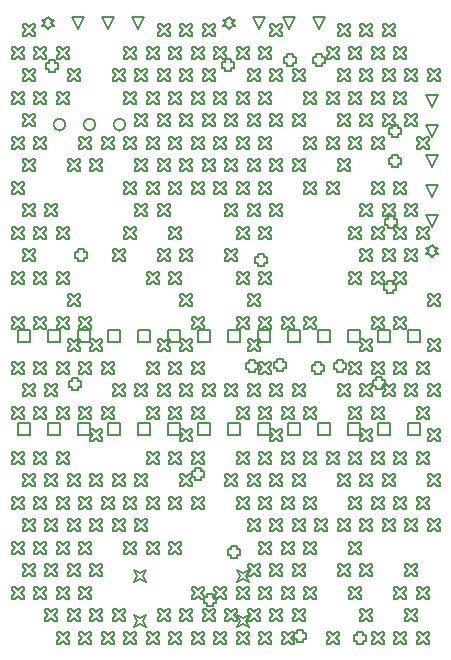
<source format=gbr>
G04*
G04 #@! TF.GenerationSoftware,Altium Limited,Altium Designer,25.3.3 (18)*
G04*
G04 Layer_Color=2752767*
%FSLAX25Y25*%
%MOIN*%
G70*
G04*
G04 #@! TF.SameCoordinates,2E22F27B-A00B-49EA-A22F-E70647FCC6C8*
G04*
G04*
G04 #@! TF.FilePolarity,Positive*
G04*
G01*
G75*
%ADD14C,0.00500*%
%ADD51C,0.00667*%
D14*
X333000Y272000D02*
X331000Y276000D01*
X335000D01*
X333000Y272000D01*
Y262000D02*
X331000Y266000D01*
X335000D01*
X333000Y262000D01*
Y252000D02*
X331000Y256000D01*
X335000D01*
X333000Y252000D01*
Y242000D02*
X331000Y246000D01*
X335000D01*
X333000Y242000D01*
Y232000D02*
X334000Y233000D01*
X335000D01*
X334000Y234000D01*
X335000Y235000D01*
X334000D01*
X333000Y236000D01*
X332000Y235000D01*
X331000D01*
X332000Y234000D01*
X331000Y233000D01*
X332000D01*
X333000Y232000D01*
Y282000D02*
X331000Y286000D01*
X335000D01*
X333000Y282000D01*
X325000Y203500D02*
Y207500D01*
X329000D01*
Y203500D01*
X325000D01*
X315000D02*
Y207500D01*
X319000D01*
Y203500D01*
X315000D01*
X305000D02*
Y207500D01*
X309000D01*
Y203500D01*
X305000D01*
X295000D02*
Y207500D01*
X299000D01*
Y203500D01*
X295000D01*
X285000D02*
Y207500D01*
X289000D01*
Y203500D01*
X285000D01*
X275000D02*
Y207500D01*
X279000D01*
Y203500D01*
X275000D01*
X265000D02*
Y207500D01*
X269000D01*
Y203500D01*
X265000D01*
X255000D02*
Y207500D01*
X259000D01*
Y203500D01*
X255000D01*
X245000D02*
Y207500D01*
X249000D01*
Y203500D01*
X245000D01*
X235000D02*
Y207500D01*
X239000D01*
Y203500D01*
X235000D01*
X225000D02*
Y207500D01*
X229000D01*
Y203500D01*
X225000D01*
X215000D02*
Y207500D01*
X219000D01*
Y203500D01*
X215000D01*
X205000D02*
Y207500D01*
X209000D01*
Y203500D01*
X205000D01*
X195000D02*
Y207500D01*
X199000D01*
Y203500D01*
X195000D01*
Y172500D02*
Y176500D01*
X199000D01*
Y172500D01*
X195000D01*
X205000D02*
Y176500D01*
X209000D01*
Y172500D01*
X205000D01*
X215000D02*
Y176500D01*
X219000D01*
Y172500D01*
X215000D01*
X225000D02*
Y176500D01*
X229000D01*
Y172500D01*
X225000D01*
X235000D02*
Y176500D01*
X239000D01*
Y172500D01*
X235000D01*
X245000D02*
Y176500D01*
X249000D01*
Y172500D01*
X245000D01*
X255000D02*
Y176500D01*
X259000D01*
Y172500D01*
X255000D01*
X265000D02*
Y176500D01*
X269000D01*
Y172500D01*
X265000D01*
X275000D02*
Y176500D01*
X279000D01*
Y172500D01*
X275000D01*
X285000D02*
Y176500D01*
X289000D01*
Y172500D01*
X285000D01*
X295000D02*
Y176500D01*
X299000D01*
Y172500D01*
X295000D01*
X305000D02*
Y176500D01*
X309000D01*
Y172500D01*
X305000D01*
X315000D02*
Y176500D01*
X319000D01*
Y172500D01*
X315000D01*
X325000D02*
Y176500D01*
X329000D01*
Y172500D01*
X325000D01*
X295500Y308000D02*
X293500Y312000D01*
X297500D01*
X295500Y308000D01*
X285500D02*
X283500Y312000D01*
X287500D01*
X285500Y308000D01*
X275500D02*
X273500Y312000D01*
X277500D01*
X275500Y308000D01*
X265500D02*
X266500Y309000D01*
X267500D01*
X266500Y310000D01*
X267500Y311000D01*
X266500D01*
X265500Y312000D01*
X264500Y311000D01*
X263500D01*
X264500Y310000D01*
X263500Y309000D01*
X264500D01*
X265500Y308000D01*
X235000D02*
X233000Y312000D01*
X237000D01*
X235000Y308000D01*
X225000D02*
X223000Y312000D01*
X227000D01*
X225000Y308000D01*
X215000D02*
X213000Y312000D01*
X217000D01*
X215000Y308000D01*
X205000D02*
X206000Y309000D01*
X207000D01*
X206000Y310000D01*
X207000Y311000D01*
X206000D01*
X205000Y312000D01*
X204000Y311000D01*
X203000D01*
X204000Y310000D01*
X203000Y309000D01*
X204000D01*
X205000Y308000D01*
X268008Y108653D02*
X269008Y110653D01*
X268008Y112654D01*
X270008Y111653D01*
X272008Y112654D01*
X271008Y110653D01*
X272008Y108653D01*
X270008Y109653D01*
X268008Y108653D01*
X233992D02*
X234992Y110653D01*
X233992Y112654D01*
X235992Y111653D01*
X237992Y112654D01*
X236992Y110653D01*
X237992Y108653D01*
X235992Y109653D01*
X233992Y108653D01*
X268008Y123614D02*
X269008Y125614D01*
X268008Y127614D01*
X270008Y126614D01*
X272008Y127614D01*
X271008Y125614D01*
X272008Y123614D01*
X270008Y124614D01*
X268008Y123614D01*
X233992D02*
X234992Y125614D01*
X233992Y127614D01*
X235992Y126614D01*
X237992Y127614D01*
X236992Y125614D01*
X237992Y123614D01*
X235992Y124614D01*
X233992Y123614D01*
X331750Y290500D02*
X332750D01*
X333750Y291500D01*
X334750Y290500D01*
X335750D01*
Y291500D01*
X334750Y292500D01*
X335750Y293500D01*
Y294500D01*
X334750D01*
X333750Y293500D01*
X332750Y294500D01*
X331750D01*
Y293500D01*
X332750Y292500D01*
X331750Y291500D01*
Y290500D01*
X328000Y268000D02*
X329000D01*
X330000Y269000D01*
X331000Y268000D01*
X332000D01*
Y269000D01*
X331000Y270000D01*
X332000Y271000D01*
Y272000D01*
X331000D01*
X330000Y271000D01*
X329000Y272000D01*
X328000D01*
Y271000D01*
X329000Y270000D01*
X328000Y269000D01*
Y268000D01*
Y238000D02*
X329000D01*
X330000Y239000D01*
X331000Y238000D01*
X332000D01*
Y239000D01*
X331000Y240000D01*
X332000Y241000D01*
Y242000D01*
X331000D01*
X330000Y241000D01*
X329000Y242000D01*
X328000D01*
Y241000D01*
X329000Y240000D01*
X328000Y239000D01*
Y238000D01*
X331750Y215500D02*
X332750D01*
X333750Y216500D01*
X334750Y215500D01*
X335750D01*
Y216500D01*
X334750Y217500D01*
X335750Y218500D01*
Y219500D01*
X334750D01*
X333750Y218500D01*
X332750Y219500D01*
X331750D01*
Y218500D01*
X332750Y217500D01*
X331750Y216500D01*
Y215500D01*
Y200500D02*
X332750D01*
X333750Y201500D01*
X334750Y200500D01*
X335750D01*
Y201500D01*
X334750Y202500D01*
X335750Y203500D01*
Y204500D01*
X334750D01*
X333750Y203500D01*
X332750Y204500D01*
X331750D01*
Y203500D01*
X332750Y202500D01*
X331750Y201500D01*
Y200500D01*
X328000Y193000D02*
X329000D01*
X330000Y194000D01*
X331000Y193000D01*
X332000D01*
Y194000D01*
X331000Y195000D01*
X332000Y196000D01*
Y197000D01*
X331000D01*
X330000Y196000D01*
X329000Y197000D01*
X328000D01*
Y196000D01*
X329000Y195000D01*
X328000Y194000D01*
Y193000D01*
X331750Y185500D02*
X332750D01*
X333750Y186500D01*
X334750Y185500D01*
X335750D01*
Y186500D01*
X334750Y187500D01*
X335750Y188500D01*
Y189500D01*
X334750D01*
X333750Y188500D01*
X332750Y189500D01*
X331750D01*
Y188500D01*
X332750Y187500D01*
X331750Y186500D01*
Y185500D01*
X328000Y178000D02*
X329000D01*
X330000Y179000D01*
X331000Y178000D01*
X332000D01*
Y179000D01*
X331000Y180000D01*
X332000Y181000D01*
Y182000D01*
X331000D01*
X330000Y181000D01*
X329000Y182000D01*
X328000D01*
Y181000D01*
X329000Y180000D01*
X328000Y179000D01*
Y178000D01*
X331750Y170500D02*
X332750D01*
X333750Y171500D01*
X334750Y170500D01*
X335750D01*
Y171500D01*
X334750Y172500D01*
X335750Y173500D01*
Y174500D01*
X334750D01*
X333750Y173500D01*
X332750Y174500D01*
X331750D01*
Y173500D01*
X332750Y172500D01*
X331750Y171500D01*
Y170500D01*
X328000Y163000D02*
X329000D01*
X330000Y164000D01*
X331000Y163000D01*
X332000D01*
Y164000D01*
X331000Y165000D01*
X332000Y166000D01*
Y167000D01*
X331000D01*
X330000Y166000D01*
X329000Y167000D01*
X328000D01*
Y166000D01*
X329000Y165000D01*
X328000Y164000D01*
Y163000D01*
X331750Y155500D02*
X332750D01*
X333750Y156500D01*
X334750Y155500D01*
X335750D01*
Y156500D01*
X334750Y157500D01*
X335750Y158500D01*
Y159500D01*
X334750D01*
X333750Y158500D01*
X332750Y159500D01*
X331750D01*
Y158500D01*
X332750Y157500D01*
X331750Y156500D01*
Y155500D01*
X328000Y148000D02*
X329000D01*
X330000Y149000D01*
X331000Y148000D01*
X332000D01*
Y149000D01*
X331000Y150000D01*
X332000Y151000D01*
Y152000D01*
X331000D01*
X330000Y151000D01*
X329000Y152000D01*
X328000D01*
Y151000D01*
X329000Y150000D01*
X328000Y149000D01*
Y148000D01*
X331750Y140500D02*
X332750D01*
X333750Y141500D01*
X334750Y140500D01*
X335750D01*
Y141500D01*
X334750Y142500D01*
X335750Y143500D01*
Y144500D01*
X334750D01*
X333750Y143500D01*
X332750Y144500D01*
X331750D01*
Y143500D01*
X332750Y142500D01*
X331750Y141500D01*
Y140500D01*
X328000Y118000D02*
X329000D01*
X330000Y119000D01*
X331000Y118000D01*
X332000D01*
Y119000D01*
X331000Y120000D01*
X332000Y121000D01*
Y122000D01*
X331000D01*
X330000Y121000D01*
X329000Y122000D01*
X328000D01*
Y121000D01*
X329000Y120000D01*
X328000Y119000D01*
Y118000D01*
Y103000D02*
X329000D01*
X330000Y104000D01*
X331000Y103000D01*
X332000D01*
Y104000D01*
X331000Y105000D01*
X332000Y106000D01*
Y107000D01*
X331000D01*
X330000Y106000D01*
X329000Y107000D01*
X328000D01*
Y106000D01*
X329000Y105000D01*
X328000Y104000D01*
Y103000D01*
X320500Y298000D02*
X321500D01*
X322500Y299000D01*
X323500Y298000D01*
X324500D01*
Y299000D01*
X323500Y300000D01*
X324500Y301000D01*
Y302000D01*
X323500D01*
X322500Y301000D01*
X321500Y302000D01*
X320500D01*
Y301000D01*
X321500Y300000D01*
X320500Y299000D01*
Y298000D01*
X324250Y290500D02*
X325250D01*
X326250Y291500D01*
X327250Y290500D01*
X328250D01*
Y291500D01*
X327250Y292500D01*
X328250Y293500D01*
Y294500D01*
X327250D01*
X326250Y293500D01*
X325250Y294500D01*
X324250D01*
Y293500D01*
X325250Y292500D01*
X324250Y291500D01*
Y290500D01*
X320500Y283000D02*
X321500D01*
X322500Y284000D01*
X323500Y283000D01*
X324500D01*
Y284000D01*
X323500Y285000D01*
X324500Y286000D01*
Y287000D01*
X323500D01*
X322500Y286000D01*
X321500Y287000D01*
X320500D01*
Y286000D01*
X321500Y285000D01*
X320500Y284000D01*
Y283000D01*
X324250Y275500D02*
X325250D01*
X326250Y276500D01*
X327250Y275500D01*
X328250D01*
Y276500D01*
X327250Y277500D01*
X328250Y278500D01*
Y279500D01*
X327250D01*
X326250Y278500D01*
X325250Y279500D01*
X324250D01*
Y278500D01*
X325250Y277500D01*
X324250Y276500D01*
Y275500D01*
X320500Y253000D02*
X321500D01*
X322500Y254000D01*
X323500Y253000D01*
X324500D01*
Y254000D01*
X323500Y255000D01*
X324500Y256000D01*
Y257000D01*
X323500D01*
X322500Y256000D01*
X321500Y257000D01*
X320500D01*
Y256000D01*
X321500Y255000D01*
X320500Y254000D01*
Y253000D01*
X324250Y245500D02*
X325250D01*
X326250Y246500D01*
X327250Y245500D01*
X328250D01*
Y246500D01*
X327250Y247500D01*
X328250Y248500D01*
Y249500D01*
X327250D01*
X326250Y248500D01*
X325250Y249500D01*
X324250D01*
Y248500D01*
X325250Y247500D01*
X324250Y246500D01*
Y245500D01*
X320500Y238000D02*
X321500D01*
X322500Y239000D01*
X323500Y238000D01*
X324500D01*
Y239000D01*
X323500Y240000D01*
X324500Y241000D01*
Y242000D01*
X323500D01*
X322500Y241000D01*
X321500Y242000D01*
X320500D01*
Y241000D01*
X321500Y240000D01*
X320500Y239000D01*
Y238000D01*
X324250Y230500D02*
X325250D01*
X326250Y231500D01*
X327250Y230500D01*
X328250D01*
Y231500D01*
X327250Y232500D01*
X328250Y233500D01*
Y234500D01*
X327250D01*
X326250Y233500D01*
X325250Y234500D01*
X324250D01*
Y233500D01*
X325250Y232500D01*
X324250Y231500D01*
Y230500D01*
X320500Y223000D02*
X321500D01*
X322500Y224000D01*
X323500Y223000D01*
X324500D01*
Y224000D01*
X323500Y225000D01*
X324500Y226000D01*
Y227000D01*
X323500D01*
X322500Y226000D01*
X321500Y227000D01*
X320500D01*
Y226000D01*
X321500Y225000D01*
X320500Y224000D01*
Y223000D01*
Y208000D02*
X321500D01*
X322500Y209000D01*
X323500Y208000D01*
X324500D01*
Y209000D01*
X323500Y210000D01*
X324500Y211000D01*
Y212000D01*
X323500D01*
X322500Y211000D01*
X321500Y212000D01*
X320500D01*
Y211000D01*
X321500Y210000D01*
X320500Y209000D01*
Y208000D01*
Y193000D02*
X321500D01*
X322500Y194000D01*
X323500Y193000D01*
X324500D01*
Y194000D01*
X323500Y195000D01*
X324500Y196000D01*
Y197000D01*
X323500D01*
X322500Y196000D01*
X321500Y197000D01*
X320500D01*
Y196000D01*
X321500Y195000D01*
X320500Y194000D01*
Y193000D01*
X324250Y185500D02*
X325250D01*
X326250Y186500D01*
X327250Y185500D01*
X328250D01*
Y186500D01*
X327250Y187500D01*
X328250Y188500D01*
Y189500D01*
X327250D01*
X326250Y188500D01*
X325250Y189500D01*
X324250D01*
Y188500D01*
X325250Y187500D01*
X324250Y186500D01*
Y185500D01*
X320500Y163000D02*
X321500D01*
X322500Y164000D01*
X323500Y163000D01*
X324500D01*
Y164000D01*
X323500Y165000D01*
X324500Y166000D01*
Y167000D01*
X323500D01*
X322500Y166000D01*
X321500Y167000D01*
X320500D01*
Y166000D01*
X321500Y165000D01*
X320500Y164000D01*
Y163000D01*
Y148000D02*
X321500D01*
X322500Y149000D01*
X323500Y148000D01*
X324500D01*
Y149000D01*
X323500Y150000D01*
X324500Y151000D01*
Y152000D01*
X323500D01*
X322500Y151000D01*
X321500Y152000D01*
X320500D01*
Y151000D01*
X321500Y150000D01*
X320500Y149000D01*
Y148000D01*
X324250Y140500D02*
X325250D01*
X326250Y141500D01*
X327250Y140500D01*
X328250D01*
Y141500D01*
X327250Y142500D01*
X328250Y143500D01*
Y144500D01*
X327250D01*
X326250Y143500D01*
X325250Y144500D01*
X324250D01*
Y143500D01*
X325250Y142500D01*
X324250Y141500D01*
Y140500D01*
Y125500D02*
X325250D01*
X326250Y126500D01*
X327250Y125500D01*
X328250D01*
Y126500D01*
X327250Y127500D01*
X328250Y128500D01*
Y129500D01*
X327250D01*
X326250Y128500D01*
X325250Y129500D01*
X324250D01*
Y128500D01*
X325250Y127500D01*
X324250Y126500D01*
Y125500D01*
X320500Y118000D02*
X321500D01*
X322500Y119000D01*
X323500Y118000D01*
X324500D01*
Y119000D01*
X323500Y120000D01*
X324500Y121000D01*
Y122000D01*
X323500D01*
X322500Y121000D01*
X321500Y122000D01*
X320500D01*
Y121000D01*
X321500Y120000D01*
X320500Y119000D01*
Y118000D01*
X324250Y110500D02*
X325250D01*
X326250Y111500D01*
X327250Y110500D01*
X328250D01*
Y111500D01*
X327250Y112500D01*
X328250Y113500D01*
Y114500D01*
X327250D01*
X326250Y113500D01*
X325250Y114500D01*
X324250D01*
Y113500D01*
X325250Y112500D01*
X324250Y111500D01*
Y110500D01*
X320500Y103000D02*
X321500D01*
X322500Y104000D01*
X323500Y103000D01*
X324500D01*
Y104000D01*
X323500Y105000D01*
X324500Y106000D01*
Y107000D01*
X323500D01*
X322500Y106000D01*
X321500Y107000D01*
X320500D01*
Y106000D01*
X321500Y105000D01*
X320500Y104000D01*
Y103000D01*
X316750Y305500D02*
X317750D01*
X318750Y306500D01*
X319750Y305500D01*
X320750D01*
Y306500D01*
X319750Y307500D01*
X320750Y308500D01*
Y309500D01*
X319750D01*
X318750Y308500D01*
X317750Y309500D01*
X316750D01*
Y308500D01*
X317750Y307500D01*
X316750Y306500D01*
Y305500D01*
X313000Y298000D02*
X314000D01*
X315000Y299000D01*
X316000Y298000D01*
X317000D01*
Y299000D01*
X316000Y300000D01*
X317000Y301000D01*
Y302000D01*
X316000D01*
X315000Y301000D01*
X314000Y302000D01*
X313000D01*
Y301000D01*
X314000Y300000D01*
X313000Y299000D01*
Y298000D01*
X316750Y290500D02*
X317750D01*
X318750Y291500D01*
X319750Y290500D01*
X320750D01*
Y291500D01*
X319750Y292500D01*
X320750Y293500D01*
Y294500D01*
X319750D01*
X318750Y293500D01*
X317750Y294500D01*
X316750D01*
Y293500D01*
X317750Y292500D01*
X316750Y291500D01*
Y290500D01*
X313000Y283000D02*
X314000D01*
X315000Y284000D01*
X316000Y283000D01*
X317000D01*
Y284000D01*
X316000Y285000D01*
X317000Y286000D01*
Y287000D01*
X316000D01*
X315000Y286000D01*
X314000Y287000D01*
X313000D01*
Y286000D01*
X314000Y285000D01*
X313000Y284000D01*
Y283000D01*
X316750Y275500D02*
X317750D01*
X318750Y276500D01*
X319750Y275500D01*
X320750D01*
Y276500D01*
X319750Y277500D01*
X320750Y278500D01*
Y279500D01*
X319750D01*
X318750Y278500D01*
X317750Y279500D01*
X316750D01*
Y278500D01*
X317750Y277500D01*
X316750Y276500D01*
Y275500D01*
X313000Y268000D02*
X314000D01*
X315000Y269000D01*
X316000Y268000D01*
X317000D01*
Y269000D01*
X316000Y270000D01*
X317000Y271000D01*
Y272000D01*
X316000D01*
X315000Y271000D01*
X314000Y272000D01*
X313000D01*
Y271000D01*
X314000Y270000D01*
X313000Y269000D01*
Y268000D01*
Y253000D02*
X314000D01*
X315000Y254000D01*
X316000Y253000D01*
X317000D01*
Y254000D01*
X316000Y255000D01*
X317000Y256000D01*
Y257000D01*
X316000D01*
X315000Y256000D01*
X314000Y257000D01*
X313000D01*
Y256000D01*
X314000Y255000D01*
X313000Y254000D01*
Y253000D01*
X316750Y245500D02*
X317750D01*
X318750Y246500D01*
X319750Y245500D01*
X320750D01*
Y246500D01*
X319750Y247500D01*
X320750Y248500D01*
Y249500D01*
X319750D01*
X318750Y248500D01*
X317750Y249500D01*
X316750D01*
Y248500D01*
X317750Y247500D01*
X316750Y246500D01*
Y245500D01*
X313000Y238000D02*
X314000D01*
X315000Y239000D01*
X316000Y238000D01*
X317000D01*
Y239000D01*
X316000Y240000D01*
X317000Y241000D01*
Y242000D01*
X316000D01*
X315000Y241000D01*
X314000Y242000D01*
X313000D01*
Y241000D01*
X314000Y240000D01*
X313000Y239000D01*
Y238000D01*
X316750Y230500D02*
X317750D01*
X318750Y231500D01*
X319750Y230500D01*
X320750D01*
Y231500D01*
X319750Y232500D01*
X320750Y233500D01*
Y234500D01*
X319750D01*
X318750Y233500D01*
X317750Y234500D01*
X316750D01*
Y233500D01*
X317750Y232500D01*
X316750Y231500D01*
Y230500D01*
X313000Y223000D02*
X314000D01*
X315000Y224000D01*
X316000Y223000D01*
X317000D01*
Y224000D01*
X316000Y225000D01*
X317000Y226000D01*
Y227000D01*
X316000D01*
X315000Y226000D01*
X314000Y227000D01*
X313000D01*
Y226000D01*
X314000Y225000D01*
X313000Y224000D01*
Y223000D01*
Y208000D02*
X314000D01*
X315000Y209000D01*
X316000Y208000D01*
X317000D01*
Y209000D01*
X316000Y210000D01*
X317000Y211000D01*
Y212000D01*
X316000D01*
X315000Y211000D01*
X314000Y212000D01*
X313000D01*
Y211000D01*
X314000Y210000D01*
X313000Y209000D01*
Y208000D01*
Y193000D02*
X314000D01*
X315000Y194000D01*
X316000Y193000D01*
X317000D01*
Y194000D01*
X316000Y195000D01*
X317000Y196000D01*
Y197000D01*
X316000D01*
X315000Y196000D01*
X314000Y197000D01*
X313000D01*
Y196000D01*
X314000Y195000D01*
X313000Y194000D01*
Y193000D01*
X316750Y185500D02*
X317750D01*
X318750Y186500D01*
X319750Y185500D01*
X320750D01*
Y186500D01*
X319750Y187500D01*
X320750Y188500D01*
Y189500D01*
X319750D01*
X318750Y188500D01*
X317750Y189500D01*
X316750D01*
Y188500D01*
X317750Y187500D01*
X316750Y186500D01*
Y185500D01*
X313000Y178000D02*
X314000D01*
X315000Y179000D01*
X316000Y178000D01*
X317000D01*
Y179000D01*
X316000Y180000D01*
X317000Y181000D01*
Y182000D01*
X316000D01*
X315000Y181000D01*
X314000Y182000D01*
X313000D01*
Y181000D01*
X314000Y180000D01*
X313000Y179000D01*
Y178000D01*
Y163000D02*
X314000D01*
X315000Y164000D01*
X316000Y163000D01*
X317000D01*
Y164000D01*
X316000Y165000D01*
X317000Y166000D01*
Y167000D01*
X316000D01*
X315000Y166000D01*
X314000Y167000D01*
X313000D01*
Y166000D01*
X314000Y165000D01*
X313000Y164000D01*
Y163000D01*
X316750Y155500D02*
X317750D01*
X318750Y156500D01*
X319750Y155500D01*
X320750D01*
Y156500D01*
X319750Y157500D01*
X320750Y158500D01*
Y159500D01*
X319750D01*
X318750Y158500D01*
X317750Y159500D01*
X316750D01*
Y158500D01*
X317750Y157500D01*
X316750Y156500D01*
Y155500D01*
X313000Y148000D02*
X314000D01*
X315000Y149000D01*
X316000Y148000D01*
X317000D01*
Y149000D01*
X316000Y150000D01*
X317000Y151000D01*
Y152000D01*
X316000D01*
X315000Y151000D01*
X314000Y152000D01*
X313000D01*
Y151000D01*
X314000Y150000D01*
X313000Y149000D01*
Y148000D01*
X316750Y140500D02*
X317750D01*
X318750Y141500D01*
X319750Y140500D01*
X320750D01*
Y141500D01*
X319750Y142500D01*
X320750Y143500D01*
Y144500D01*
X319750D01*
X318750Y143500D01*
X317750Y144500D01*
X316750D01*
Y143500D01*
X317750Y142500D01*
X316750Y141500D01*
Y140500D01*
X313000Y103000D02*
X314000D01*
X315000Y104000D01*
X316000Y103000D01*
X317000D01*
Y104000D01*
X316000Y105000D01*
X317000Y106000D01*
Y107000D01*
X316000D01*
X315000Y106000D01*
X314000Y107000D01*
X313000D01*
Y106000D01*
X314000Y105000D01*
X313000Y104000D01*
Y103000D01*
X309250Y305500D02*
X310250D01*
X311250Y306500D01*
X312250Y305500D01*
X313250D01*
Y306500D01*
X312250Y307500D01*
X313250Y308500D01*
Y309500D01*
X312250D01*
X311250Y308500D01*
X310250Y309500D01*
X309250D01*
Y308500D01*
X310250Y307500D01*
X309250Y306500D01*
Y305500D01*
X305500Y298000D02*
X306500D01*
X307500Y299000D01*
X308500Y298000D01*
X309500D01*
Y299000D01*
X308500Y300000D01*
X309500Y301000D01*
Y302000D01*
X308500D01*
X307500Y301000D01*
X306500Y302000D01*
X305500D01*
Y301000D01*
X306500Y300000D01*
X305500Y299000D01*
Y298000D01*
X309250Y290500D02*
X310250D01*
X311250Y291500D01*
X312250Y290500D01*
X313250D01*
Y291500D01*
X312250Y292500D01*
X313250Y293500D01*
Y294500D01*
X312250D01*
X311250Y293500D01*
X310250Y294500D01*
X309250D01*
Y293500D01*
X310250Y292500D01*
X309250Y291500D01*
Y290500D01*
X305500Y283000D02*
X306500D01*
X307500Y284000D01*
X308500Y283000D01*
X309500D01*
Y284000D01*
X308500Y285000D01*
X309500Y286000D01*
Y287000D01*
X308500D01*
X307500Y286000D01*
X306500Y287000D01*
X305500D01*
Y286000D01*
X306500Y285000D01*
X305500Y284000D01*
Y283000D01*
X309250Y275500D02*
X310250D01*
X311250Y276500D01*
X312250Y275500D01*
X313250D01*
Y276500D01*
X312250Y277500D01*
X313250Y278500D01*
Y279500D01*
X312250D01*
X311250Y278500D01*
X310250Y279500D01*
X309250D01*
Y278500D01*
X310250Y277500D01*
X309250Y276500D01*
Y275500D01*
X305500Y268000D02*
X306500D01*
X307500Y269000D01*
X308500Y268000D01*
X309500D01*
Y269000D01*
X308500Y270000D01*
X309500Y271000D01*
Y272000D01*
X308500D01*
X307500Y271000D01*
X306500Y272000D01*
X305500D01*
Y271000D01*
X306500Y270000D01*
X305500Y269000D01*
Y268000D01*
X309250Y245500D02*
X310250D01*
X311250Y246500D01*
X312250Y245500D01*
X313250D01*
Y246500D01*
X312250Y247500D01*
X313250Y248500D01*
Y249500D01*
X312250D01*
X311250Y248500D01*
X310250Y249500D01*
X309250D01*
Y248500D01*
X310250Y247500D01*
X309250Y246500D01*
Y245500D01*
X305500Y238000D02*
X306500D01*
X307500Y239000D01*
X308500Y238000D01*
X309500D01*
Y239000D01*
X308500Y240000D01*
X309500Y241000D01*
Y242000D01*
X308500D01*
X307500Y241000D01*
X306500Y242000D01*
X305500D01*
Y241000D01*
X306500Y240000D01*
X305500Y239000D01*
Y238000D01*
X309250Y230500D02*
X310250D01*
X311250Y231500D01*
X312250Y230500D01*
X313250D01*
Y231500D01*
X312250Y232500D01*
X313250Y233500D01*
Y234500D01*
X312250D01*
X311250Y233500D01*
X310250Y234500D01*
X309250D01*
Y233500D01*
X310250Y232500D01*
X309250Y231500D01*
Y230500D01*
X305500Y223000D02*
X306500D01*
X307500Y224000D01*
X308500Y223000D01*
X309500D01*
Y224000D01*
X308500Y225000D01*
X309500Y226000D01*
Y227000D01*
X308500D01*
X307500Y226000D01*
X306500Y227000D01*
X305500D01*
Y226000D01*
X306500Y225000D01*
X305500Y224000D01*
Y223000D01*
X309250Y200500D02*
X310250D01*
X311250Y201500D01*
X312250Y200500D01*
X313250D01*
Y201500D01*
X312250Y202500D01*
X313250Y203500D01*
Y204500D01*
X312250D01*
X311250Y203500D01*
X310250Y204500D01*
X309250D01*
Y203500D01*
X310250Y202500D01*
X309250Y201500D01*
Y200500D01*
X305500Y193000D02*
X306500D01*
X307500Y194000D01*
X308500Y193000D01*
X309500D01*
Y194000D01*
X308500Y195000D01*
X309500Y196000D01*
Y197000D01*
X308500D01*
X307500Y196000D01*
X306500Y197000D01*
X305500D01*
Y196000D01*
X306500Y195000D01*
X305500Y194000D01*
Y193000D01*
X309250Y185500D02*
X310250D01*
X311250Y186500D01*
X312250Y185500D01*
X313250D01*
Y186500D01*
X312250Y187500D01*
X313250Y188500D01*
Y189500D01*
X312250D01*
X311250Y188500D01*
X310250Y189500D01*
X309250D01*
Y188500D01*
X310250Y187500D01*
X309250Y186500D01*
Y185500D01*
X305500Y178000D02*
X306500D01*
X307500Y179000D01*
X308500Y178000D01*
X309500D01*
Y179000D01*
X308500Y180000D01*
X309500Y181000D01*
Y182000D01*
X308500D01*
X307500Y181000D01*
X306500Y182000D01*
X305500D01*
Y181000D01*
X306500Y180000D01*
X305500Y179000D01*
Y178000D01*
X309250Y170500D02*
X310250D01*
X311250Y171500D01*
X312250Y170500D01*
X313250D01*
Y171500D01*
X312250Y172500D01*
X313250Y173500D01*
Y174500D01*
X312250D01*
X311250Y173500D01*
X310250Y174500D01*
X309250D01*
Y173500D01*
X310250Y172500D01*
X309250Y171500D01*
Y170500D01*
X305500Y163000D02*
X306500D01*
X307500Y164000D01*
X308500Y163000D01*
X309500D01*
Y164000D01*
X308500Y165000D01*
X309500Y166000D01*
Y167000D01*
X308500D01*
X307500Y166000D01*
X306500Y167000D01*
X305500D01*
Y166000D01*
X306500Y165000D01*
X305500Y164000D01*
Y163000D01*
X309250Y155500D02*
X310250D01*
X311250Y156500D01*
X312250Y155500D01*
X313250D01*
Y156500D01*
X312250Y157500D01*
X313250Y158500D01*
Y159500D01*
X312250D01*
X311250Y158500D01*
X310250Y159500D01*
X309250D01*
Y158500D01*
X310250Y157500D01*
X309250Y156500D01*
Y155500D01*
X305500Y148000D02*
X306500D01*
X307500Y149000D01*
X308500Y148000D01*
X309500D01*
Y149000D01*
X308500Y150000D01*
X309500Y151000D01*
Y152000D01*
X308500D01*
X307500Y151000D01*
X306500Y152000D01*
X305500D01*
Y151000D01*
X306500Y150000D01*
X305500Y149000D01*
Y148000D01*
X309250Y140500D02*
X310250D01*
X311250Y141500D01*
X312250Y140500D01*
X313250D01*
Y141500D01*
X312250Y142500D01*
X313250Y143500D01*
Y144500D01*
X312250D01*
X311250Y143500D01*
X310250Y144500D01*
X309250D01*
Y143500D01*
X310250Y142500D01*
X309250Y141500D01*
Y140500D01*
X305500Y133000D02*
X306500D01*
X307500Y134000D01*
X308500Y133000D01*
X309500D01*
Y134000D01*
X308500Y135000D01*
X309500Y136000D01*
Y137000D01*
X308500D01*
X307500Y136000D01*
X306500Y137000D01*
X305500D01*
Y136000D01*
X306500Y135000D01*
X305500Y134000D01*
Y133000D01*
X309250Y125500D02*
X310250D01*
X311250Y126500D01*
X312250Y125500D01*
X313250D01*
Y126500D01*
X312250Y127500D01*
X313250Y128500D01*
Y129500D01*
X312250D01*
X311250Y128500D01*
X310250Y129500D01*
X309250D01*
Y128500D01*
X310250Y127500D01*
X309250Y126500D01*
Y125500D01*
X305500Y118000D02*
X306500D01*
X307500Y119000D01*
X308500Y118000D01*
X309500D01*
Y119000D01*
X308500Y120000D01*
X309500Y121000D01*
Y122000D01*
X308500D01*
X307500Y121000D01*
X306500Y122000D01*
X305500D01*
Y121000D01*
X306500Y120000D01*
X305500Y119000D01*
Y118000D01*
X309250Y110500D02*
X310250D01*
X311250Y111500D01*
X312250Y110500D01*
X313250D01*
Y111500D01*
X312250Y112500D01*
X313250Y113500D01*
Y114500D01*
X312250D01*
X311250Y113500D01*
X310250Y114500D01*
X309250D01*
Y113500D01*
X310250Y112500D01*
X309250Y111500D01*
Y110500D01*
X301750Y305500D02*
X302750D01*
X303750Y306500D01*
X304750Y305500D01*
X305750D01*
Y306500D01*
X304750Y307500D01*
X305750Y308500D01*
Y309500D01*
X304750D01*
X303750Y308500D01*
X302750Y309500D01*
X301750D01*
Y308500D01*
X302750Y307500D01*
X301750Y306500D01*
Y305500D01*
X298000Y298000D02*
X299000D01*
X300000Y299000D01*
X301000Y298000D01*
X302000D01*
Y299000D01*
X301000Y300000D01*
X302000Y301000D01*
Y302000D01*
X301000D01*
X300000Y301000D01*
X299000Y302000D01*
X298000D01*
Y301000D01*
X299000Y300000D01*
X298000Y299000D01*
Y298000D01*
X301750Y290500D02*
X302750D01*
X303750Y291500D01*
X304750Y290500D01*
X305750D01*
Y291500D01*
X304750Y292500D01*
X305750Y293500D01*
Y294500D01*
X304750D01*
X303750Y293500D01*
X302750Y294500D01*
X301750D01*
Y293500D01*
X302750Y292500D01*
X301750Y291500D01*
Y290500D01*
X298000Y283000D02*
X299000D01*
X300000Y284000D01*
X301000Y283000D01*
X302000D01*
Y284000D01*
X301000Y285000D01*
X302000Y286000D01*
Y287000D01*
X301000D01*
X300000Y286000D01*
X299000Y287000D01*
X298000D01*
Y286000D01*
X299000Y285000D01*
X298000Y284000D01*
Y283000D01*
X301750Y275500D02*
X302750D01*
X303750Y276500D01*
X304750Y275500D01*
X305750D01*
Y276500D01*
X304750Y277500D01*
X305750Y278500D01*
Y279500D01*
X304750D01*
X303750Y278500D01*
X302750Y279500D01*
X301750D01*
Y278500D01*
X302750Y277500D01*
X301750Y276500D01*
Y275500D01*
X298000Y268000D02*
X299000D01*
X300000Y269000D01*
X301000Y268000D01*
X302000D01*
Y269000D01*
X301000Y270000D01*
X302000Y271000D01*
Y272000D01*
X301000D01*
X300000Y271000D01*
X299000Y272000D01*
X298000D01*
Y271000D01*
X299000Y270000D01*
X298000Y269000D01*
Y268000D01*
X301750Y260500D02*
X302750D01*
X303750Y261500D01*
X304750Y260500D01*
X305750D01*
Y261500D01*
X304750Y262500D01*
X305750Y263500D01*
Y264500D01*
X304750D01*
X303750Y263500D01*
X302750Y264500D01*
X301750D01*
Y263500D01*
X302750Y262500D01*
X301750Y261500D01*
Y260500D01*
X298000Y253000D02*
X299000D01*
X300000Y254000D01*
X301000Y253000D01*
X302000D01*
Y254000D01*
X301000Y255000D01*
X302000Y256000D01*
Y257000D01*
X301000D01*
X300000Y256000D01*
X299000Y257000D01*
X298000D01*
Y256000D01*
X299000Y255000D01*
X298000Y254000D01*
Y253000D01*
X301750Y185500D02*
X302750D01*
X303750Y186500D01*
X304750Y185500D01*
X305750D01*
Y186500D01*
X304750Y187500D01*
X305750Y188500D01*
Y189500D01*
X304750D01*
X303750Y188500D01*
X302750Y189500D01*
X301750D01*
Y188500D01*
X302750Y187500D01*
X301750Y186500D01*
Y185500D01*
X298000Y163000D02*
X299000D01*
X300000Y164000D01*
X301000Y163000D01*
X302000D01*
Y164000D01*
X301000Y165000D01*
X302000Y166000D01*
Y167000D01*
X301000D01*
X300000Y166000D01*
X299000Y167000D01*
X298000D01*
Y166000D01*
X299000Y165000D01*
X298000Y164000D01*
Y163000D01*
X301750Y155500D02*
X302750D01*
X303750Y156500D01*
X304750Y155500D01*
X305750D01*
Y156500D01*
X304750Y157500D01*
X305750Y158500D01*
Y159500D01*
X304750D01*
X303750Y158500D01*
X302750Y159500D01*
X301750D01*
Y158500D01*
X302750Y157500D01*
X301750Y156500D01*
Y155500D01*
Y140500D02*
X302750D01*
X303750Y141500D01*
X304750Y140500D01*
X305750D01*
Y141500D01*
X304750Y142500D01*
X305750Y143500D01*
Y144500D01*
X304750D01*
X303750Y143500D01*
X302750Y144500D01*
X301750D01*
Y143500D01*
X302750Y142500D01*
X301750Y141500D01*
Y140500D01*
Y125500D02*
X302750D01*
X303750Y126500D01*
X304750Y125500D01*
X305750D01*
Y126500D01*
X304750Y127500D01*
X305750Y128500D01*
Y129500D01*
X304750D01*
X303750Y128500D01*
X302750Y129500D01*
X301750D01*
Y128500D01*
X302750Y127500D01*
X301750Y126500D01*
Y125500D01*
X298000Y103000D02*
X299000D01*
X300000Y104000D01*
X301000Y103000D01*
X302000D01*
Y104000D01*
X301000Y105000D01*
X302000Y106000D01*
Y107000D01*
X301000D01*
X300000Y106000D01*
X299000Y107000D01*
X298000D01*
Y106000D01*
X299000Y105000D01*
X298000Y104000D01*
Y103000D01*
X290500Y283000D02*
X291500D01*
X292500Y284000D01*
X293500Y283000D01*
X294500D01*
Y284000D01*
X293500Y285000D01*
X294500Y286000D01*
Y287000D01*
X293500D01*
X292500Y286000D01*
X291500Y287000D01*
X290500D01*
Y286000D01*
X291500Y285000D01*
X290500Y284000D01*
Y283000D01*
Y268000D02*
X291500D01*
X292500Y269000D01*
X293500Y268000D01*
X294500D01*
Y269000D01*
X293500Y270000D01*
X294500Y271000D01*
Y272000D01*
X293500D01*
X292500Y271000D01*
X291500Y272000D01*
X290500D01*
Y271000D01*
X291500Y270000D01*
X290500Y269000D01*
Y268000D01*
Y253000D02*
X291500D01*
X292500Y254000D01*
X293500Y253000D01*
X294500D01*
Y254000D01*
X293500Y255000D01*
X294500Y256000D01*
Y257000D01*
X293500D01*
X292500Y256000D01*
X291500Y257000D01*
X290500D01*
Y256000D01*
X291500Y255000D01*
X290500Y254000D01*
Y253000D01*
Y208000D02*
X291500D01*
X292500Y209000D01*
X293500Y208000D01*
X294500D01*
Y209000D01*
X293500Y210000D01*
X294500Y211000D01*
Y212000D01*
X293500D01*
X292500Y211000D01*
X291500Y212000D01*
X290500D01*
Y211000D01*
X291500Y210000D01*
X290500Y209000D01*
Y208000D01*
Y178000D02*
X291500D01*
X292500Y179000D01*
X293500Y178000D01*
X294500D01*
Y179000D01*
X293500Y180000D01*
X294500Y181000D01*
Y182000D01*
X293500D01*
X292500Y181000D01*
X291500Y182000D01*
X290500D01*
Y181000D01*
X291500Y180000D01*
X290500Y179000D01*
Y178000D01*
Y163000D02*
X291500D01*
X292500Y164000D01*
X293500Y163000D01*
X294500D01*
Y164000D01*
X293500Y165000D01*
X294500Y166000D01*
Y167000D01*
X293500D01*
X292500Y166000D01*
X291500Y167000D01*
X290500D01*
Y166000D01*
X291500Y165000D01*
X290500Y164000D01*
Y163000D01*
Y148000D02*
X291500D01*
X292500Y149000D01*
X293500Y148000D01*
X294500D01*
Y149000D01*
X293500Y150000D01*
X294500Y151000D01*
Y152000D01*
X293500D01*
X292500Y151000D01*
X291500Y152000D01*
X290500D01*
Y151000D01*
X291500Y150000D01*
X290500Y149000D01*
Y148000D01*
X294250Y140500D02*
X295250D01*
X296250Y141500D01*
X297250Y140500D01*
X298250D01*
Y141500D01*
X297250Y142500D01*
X298250Y143500D01*
Y144500D01*
X297250D01*
X296250Y143500D01*
X295250Y144500D01*
X294250D01*
Y143500D01*
X295250Y142500D01*
X294250Y141500D01*
Y140500D01*
X290500Y133000D02*
X291500D01*
X292500Y134000D01*
X293500Y133000D01*
X294500D01*
Y134000D01*
X293500Y135000D01*
X294500Y136000D01*
Y137000D01*
X293500D01*
X292500Y136000D01*
X291500Y137000D01*
X290500D01*
Y136000D01*
X291500Y135000D01*
X290500Y134000D01*
Y133000D01*
Y118000D02*
X291500D01*
X292500Y119000D01*
X293500Y118000D01*
X294500D01*
Y119000D01*
X293500Y120000D01*
X294500Y121000D01*
Y122000D01*
X293500D01*
X292500Y121000D01*
X291500Y122000D01*
X290500D01*
Y121000D01*
X291500Y120000D01*
X290500Y119000D01*
Y118000D01*
X286750Y290500D02*
X287750D01*
X288750Y291500D01*
X289750Y290500D01*
X290750D01*
Y291500D01*
X289750Y292500D01*
X290750Y293500D01*
Y294500D01*
X289750D01*
X288750Y293500D01*
X287750Y294500D01*
X286750D01*
Y293500D01*
X287750Y292500D01*
X286750Y291500D01*
Y290500D01*
Y275500D02*
X287750D01*
X288750Y276500D01*
X289750Y275500D01*
X290750D01*
Y276500D01*
X289750Y277500D01*
X290750Y278500D01*
Y279500D01*
X289750D01*
X288750Y278500D01*
X287750Y279500D01*
X286750D01*
Y278500D01*
X287750Y277500D01*
X286750Y276500D01*
Y275500D01*
Y260500D02*
X287750D01*
X288750Y261500D01*
X289750Y260500D01*
X290750D01*
Y261500D01*
X289750Y262500D01*
X290750Y263500D01*
Y264500D01*
X289750D01*
X288750Y263500D01*
X287750Y264500D01*
X286750D01*
Y263500D01*
X287750Y262500D01*
X286750Y261500D01*
Y260500D01*
X283000Y208000D02*
X284000D01*
X285000Y209000D01*
X286000Y208000D01*
X287000D01*
Y209000D01*
X286000Y210000D01*
X287000Y211000D01*
Y212000D01*
X286000D01*
X285000Y211000D01*
X284000Y212000D01*
X283000D01*
Y211000D01*
X284000Y210000D01*
X283000Y209000D01*
Y208000D01*
X286750Y185500D02*
X287750D01*
X288750Y186500D01*
X289750Y185500D01*
X290750D01*
Y186500D01*
X289750Y187500D01*
X290750Y188500D01*
Y189500D01*
X289750D01*
X288750Y188500D01*
X287750Y189500D01*
X286750D01*
Y188500D01*
X287750Y187500D01*
X286750Y186500D01*
Y185500D01*
X283000Y178000D02*
X284000D01*
X285000Y179000D01*
X286000Y178000D01*
X287000D01*
Y179000D01*
X286000Y180000D01*
X287000Y181000D01*
Y182000D01*
X286000D01*
X285000Y181000D01*
X284000Y182000D01*
X283000D01*
Y181000D01*
X284000Y180000D01*
X283000Y179000D01*
Y178000D01*
Y163000D02*
X284000D01*
X285000Y164000D01*
X286000Y163000D01*
X287000D01*
Y164000D01*
X286000Y165000D01*
X287000Y166000D01*
Y167000D01*
X286000D01*
X285000Y166000D01*
X284000Y167000D01*
X283000D01*
Y166000D01*
X284000Y165000D01*
X283000Y164000D01*
Y163000D01*
X286750Y155500D02*
X287750D01*
X288750Y156500D01*
X289750Y155500D01*
X290750D01*
Y156500D01*
X289750Y157500D01*
X290750Y158500D01*
Y159500D01*
X289750D01*
X288750Y158500D01*
X287750Y159500D01*
X286750D01*
Y158500D01*
X287750Y157500D01*
X286750Y156500D01*
Y155500D01*
X283000Y148000D02*
X284000D01*
X285000Y149000D01*
X286000Y148000D01*
X287000D01*
Y149000D01*
X286000Y150000D01*
X287000Y151000D01*
Y152000D01*
X286000D01*
X285000Y151000D01*
X284000Y152000D01*
X283000D01*
Y151000D01*
X284000Y150000D01*
X283000Y149000D01*
Y148000D01*
X286750Y140500D02*
X287750D01*
X288750Y141500D01*
X289750Y140500D01*
X290750D01*
Y141500D01*
X289750Y142500D01*
X290750Y143500D01*
Y144500D01*
X289750D01*
X288750Y143500D01*
X287750Y144500D01*
X286750D01*
Y143500D01*
X287750Y142500D01*
X286750Y141500D01*
Y140500D01*
X283000Y133000D02*
X284000D01*
X285000Y134000D01*
X286000Y133000D01*
X287000D01*
Y134000D01*
X286000Y135000D01*
X287000Y136000D01*
Y137000D01*
X286000D01*
X285000Y136000D01*
X284000Y137000D01*
X283000D01*
Y136000D01*
X284000Y135000D01*
X283000Y134000D01*
Y133000D01*
X286750Y125500D02*
X287750D01*
X288750Y126500D01*
X289750Y125500D01*
X290750D01*
Y126500D01*
X289750Y127500D01*
X290750Y128500D01*
Y129500D01*
X289750D01*
X288750Y128500D01*
X287750Y129500D01*
X286750D01*
Y128500D01*
X287750Y127500D01*
X286750Y126500D01*
Y125500D01*
X283000Y118000D02*
X284000D01*
X285000Y119000D01*
X286000Y118000D01*
X287000D01*
Y119000D01*
X286000Y120000D01*
X287000Y121000D01*
Y122000D01*
X286000D01*
X285000Y121000D01*
X284000Y122000D01*
X283000D01*
Y121000D01*
X284000Y120000D01*
X283000Y119000D01*
Y118000D01*
X286750Y110500D02*
X287750D01*
X288750Y111500D01*
X289750Y110500D01*
X290750D01*
Y111500D01*
X289750Y112500D01*
X290750Y113500D01*
Y114500D01*
X289750D01*
X288750Y113500D01*
X287750Y114500D01*
X286750D01*
Y113500D01*
X287750Y112500D01*
X286750Y111500D01*
Y110500D01*
X283000Y103000D02*
X284000D01*
X285000Y104000D01*
X286000Y103000D01*
X287000D01*
Y104000D01*
X286000Y105000D01*
X287000Y106000D01*
Y107000D01*
X286000D01*
X285000Y106000D01*
X284000Y107000D01*
X283000D01*
Y106000D01*
X284000Y105000D01*
X283000Y104000D01*
Y103000D01*
X279250Y305500D02*
X280250D01*
X281250Y306500D01*
X282250Y305500D01*
X283250D01*
Y306500D01*
X282250Y307500D01*
X283250Y308500D01*
Y309500D01*
X282250D01*
X281250Y308500D01*
X280250Y309500D01*
X279250D01*
Y308500D01*
X280250Y307500D01*
X279250Y306500D01*
Y305500D01*
X275500Y298000D02*
X276500D01*
X277500Y299000D01*
X278500Y298000D01*
X279500D01*
Y299000D01*
X278500Y300000D01*
X279500Y301000D01*
Y302000D01*
X278500D01*
X277500Y301000D01*
X276500Y302000D01*
X275500D01*
Y301000D01*
X276500Y300000D01*
X275500Y299000D01*
Y298000D01*
X279250Y290500D02*
X280250D01*
X281250Y291500D01*
X282250Y290500D01*
X283250D01*
Y291500D01*
X282250Y292500D01*
X283250Y293500D01*
Y294500D01*
X282250D01*
X281250Y293500D01*
X280250Y294500D01*
X279250D01*
Y293500D01*
X280250Y292500D01*
X279250Y291500D01*
Y290500D01*
X275500Y283000D02*
X276500D01*
X277500Y284000D01*
X278500Y283000D01*
X279500D01*
Y284000D01*
X278500Y285000D01*
X279500Y286000D01*
Y287000D01*
X278500D01*
X277500Y286000D01*
X276500Y287000D01*
X275500D01*
Y286000D01*
X276500Y285000D01*
X275500Y284000D01*
Y283000D01*
X279250Y275500D02*
X280250D01*
X281250Y276500D01*
X282250Y275500D01*
X283250D01*
Y276500D01*
X282250Y277500D01*
X283250Y278500D01*
Y279500D01*
X282250D01*
X281250Y278500D01*
X280250Y279500D01*
X279250D01*
Y278500D01*
X280250Y277500D01*
X279250Y276500D01*
Y275500D01*
X275500Y268000D02*
X276500D01*
X277500Y269000D01*
X278500Y268000D01*
X279500D01*
Y269000D01*
X278500Y270000D01*
X279500Y271000D01*
Y272000D01*
X278500D01*
X277500Y271000D01*
X276500Y272000D01*
X275500D01*
Y271000D01*
X276500Y270000D01*
X275500Y269000D01*
Y268000D01*
X279250Y260500D02*
X280250D01*
X281250Y261500D01*
X282250Y260500D01*
X283250D01*
Y261500D01*
X282250Y262500D01*
X283250Y263500D01*
Y264500D01*
X282250D01*
X281250Y263500D01*
X280250Y264500D01*
X279250D01*
Y263500D01*
X280250Y262500D01*
X279250Y261500D01*
Y260500D01*
X275500Y253000D02*
X276500D01*
X277500Y254000D01*
X278500Y253000D01*
X279500D01*
Y254000D01*
X278500Y255000D01*
X279500Y256000D01*
Y257000D01*
X278500D01*
X277500Y256000D01*
X276500Y257000D01*
X275500D01*
Y256000D01*
X276500Y255000D01*
X275500Y254000D01*
Y253000D01*
X279250Y245500D02*
X280250D01*
X281250Y246500D01*
X282250Y245500D01*
X283250D01*
Y246500D01*
X282250Y247500D01*
X283250Y248500D01*
Y249500D01*
X282250D01*
X281250Y248500D01*
X280250Y249500D01*
X279250D01*
Y248500D01*
X280250Y247500D01*
X279250Y246500D01*
Y245500D01*
X275500Y238000D02*
X276500D01*
X277500Y239000D01*
X278500Y238000D01*
X279500D01*
Y239000D01*
X278500Y240000D01*
X279500Y241000D01*
Y242000D01*
X278500D01*
X277500Y241000D01*
X276500Y242000D01*
X275500D01*
Y241000D01*
X276500Y240000D01*
X275500Y239000D01*
Y238000D01*
Y223000D02*
X276500D01*
X277500Y224000D01*
X278500Y223000D01*
X279500D01*
Y224000D01*
X278500Y225000D01*
X279500Y226000D01*
Y227000D01*
X278500D01*
X277500Y226000D01*
X276500Y227000D01*
X275500D01*
Y226000D01*
X276500Y225000D01*
X275500Y224000D01*
Y223000D01*
Y208000D02*
X276500D01*
X277500Y209000D01*
X278500Y208000D01*
X279500D01*
Y209000D01*
X278500Y210000D01*
X279500Y211000D01*
Y212000D01*
X278500D01*
X277500Y211000D01*
X276500Y212000D01*
X275500D01*
Y211000D01*
X276500Y210000D01*
X275500Y209000D01*
Y208000D01*
Y193000D02*
X276500D01*
X277500Y194000D01*
X278500Y193000D01*
X279500D01*
Y194000D01*
X278500Y195000D01*
X279500Y196000D01*
Y197000D01*
X278500D01*
X277500Y196000D01*
X276500Y197000D01*
X275500D01*
Y196000D01*
X276500Y195000D01*
X275500Y194000D01*
Y193000D01*
X279250Y185500D02*
X280250D01*
X281250Y186500D01*
X282250Y185500D01*
X283250D01*
Y186500D01*
X282250Y187500D01*
X283250Y188500D01*
Y189500D01*
X282250D01*
X281250Y188500D01*
X280250Y189500D01*
X279250D01*
Y188500D01*
X280250Y187500D01*
X279250Y186500D01*
Y185500D01*
X275500Y178000D02*
X276500D01*
X277500Y179000D01*
X278500Y178000D01*
X279500D01*
Y179000D01*
X278500Y180000D01*
X279500Y181000D01*
Y182000D01*
X278500D01*
X277500Y181000D01*
X276500Y182000D01*
X275500D01*
Y181000D01*
X276500Y180000D01*
X275500Y179000D01*
Y178000D01*
X279250Y170500D02*
X280250D01*
X281250Y171500D01*
X282250Y170500D01*
X283250D01*
Y171500D01*
X282250Y172500D01*
X283250Y173500D01*
Y174500D01*
X282250D01*
X281250Y173500D01*
X280250Y174500D01*
X279250D01*
Y173500D01*
X280250Y172500D01*
X279250Y171500D01*
Y170500D01*
X275500Y163000D02*
X276500D01*
X277500Y164000D01*
X278500Y163000D01*
X279500D01*
Y164000D01*
X278500Y165000D01*
X279500Y166000D01*
Y167000D01*
X278500D01*
X277500Y166000D01*
X276500Y167000D01*
X275500D01*
Y166000D01*
X276500Y165000D01*
X275500Y164000D01*
Y163000D01*
X279250Y155500D02*
X280250D01*
X281250Y156500D01*
X282250Y155500D01*
X283250D01*
Y156500D01*
X282250Y157500D01*
X283250Y158500D01*
Y159500D01*
X282250D01*
X281250Y158500D01*
X280250Y159500D01*
X279250D01*
Y158500D01*
X280250Y157500D01*
X279250Y156500D01*
Y155500D01*
X275500Y148000D02*
X276500D01*
X277500Y149000D01*
X278500Y148000D01*
X279500D01*
Y149000D01*
X278500Y150000D01*
X279500Y151000D01*
Y152000D01*
X278500D01*
X277500Y151000D01*
X276500Y152000D01*
X275500D01*
Y151000D01*
X276500Y150000D01*
X275500Y149000D01*
Y148000D01*
X279250Y140500D02*
X280250D01*
X281250Y141500D01*
X282250Y140500D01*
X283250D01*
Y141500D01*
X282250Y142500D01*
X283250Y143500D01*
Y144500D01*
X282250D01*
X281250Y143500D01*
X280250Y144500D01*
X279250D01*
Y143500D01*
X280250Y142500D01*
X279250Y141500D01*
Y140500D01*
X275500Y133000D02*
X276500D01*
X277500Y134000D01*
X278500Y133000D01*
X279500D01*
Y134000D01*
X278500Y135000D01*
X279500Y136000D01*
Y137000D01*
X278500D01*
X277500Y136000D01*
X276500Y137000D01*
X275500D01*
Y136000D01*
X276500Y135000D01*
X275500Y134000D01*
Y133000D01*
X279250Y125500D02*
X280250D01*
X281250Y126500D01*
X282250Y125500D01*
X283250D01*
Y126500D01*
X282250Y127500D01*
X283250Y128500D01*
Y129500D01*
X282250D01*
X281250Y128500D01*
X280250Y129500D01*
X279250D01*
Y128500D01*
X280250Y127500D01*
X279250Y126500D01*
Y125500D01*
X275500Y118000D02*
X276500D01*
X277500Y119000D01*
X278500Y118000D01*
X279500D01*
Y119000D01*
X278500Y120000D01*
X279500Y121000D01*
Y122000D01*
X278500D01*
X277500Y121000D01*
X276500Y122000D01*
X275500D01*
Y121000D01*
X276500Y120000D01*
X275500Y119000D01*
Y118000D01*
X279250Y110500D02*
X280250D01*
X281250Y111500D01*
X282250Y110500D01*
X283250D01*
Y111500D01*
X282250Y112500D01*
X283250Y113500D01*
Y114500D01*
X282250D01*
X281250Y113500D01*
X280250Y114500D01*
X279250D01*
Y113500D01*
X280250Y112500D01*
X279250Y111500D01*
Y110500D01*
X275500Y103000D02*
X276500D01*
X277500Y104000D01*
X278500Y103000D01*
X279500D01*
Y104000D01*
X278500Y105000D01*
X279500Y106000D01*
Y107000D01*
X278500D01*
X277500Y106000D01*
X276500Y107000D01*
X275500D01*
Y106000D01*
X276500Y105000D01*
X275500Y104000D01*
Y103000D01*
X268000Y298000D02*
X269000D01*
X270000Y299000D01*
X271000Y298000D01*
X272000D01*
Y299000D01*
X271000Y300000D01*
X272000Y301000D01*
Y302000D01*
X271000D01*
X270000Y301000D01*
X269000Y302000D01*
X268000D01*
Y301000D01*
X269000Y300000D01*
X268000Y299000D01*
Y298000D01*
X271750Y290500D02*
X272750D01*
X273750Y291500D01*
X274750Y290500D01*
X275750D01*
Y291500D01*
X274750Y292500D01*
X275750Y293500D01*
Y294500D01*
X274750D01*
X273750Y293500D01*
X272750Y294500D01*
X271750D01*
Y293500D01*
X272750Y292500D01*
X271750Y291500D01*
Y290500D01*
X268000Y283000D02*
X269000D01*
X270000Y284000D01*
X271000Y283000D01*
X272000D01*
Y284000D01*
X271000Y285000D01*
X272000Y286000D01*
Y287000D01*
X271000D01*
X270000Y286000D01*
X269000Y287000D01*
X268000D01*
Y286000D01*
X269000Y285000D01*
X268000Y284000D01*
Y283000D01*
X271750Y275500D02*
X272750D01*
X273750Y276500D01*
X274750Y275500D01*
X275750D01*
Y276500D01*
X274750Y277500D01*
X275750Y278500D01*
Y279500D01*
X274750D01*
X273750Y278500D01*
X272750Y279500D01*
X271750D01*
Y278500D01*
X272750Y277500D01*
X271750Y276500D01*
Y275500D01*
X268000Y268000D02*
X269000D01*
X270000Y269000D01*
X271000Y268000D01*
X272000D01*
Y269000D01*
X271000Y270000D01*
X272000Y271000D01*
Y272000D01*
X271000D01*
X270000Y271000D01*
X269000Y272000D01*
X268000D01*
Y271000D01*
X269000Y270000D01*
X268000Y269000D01*
Y268000D01*
X271750Y260500D02*
X272750D01*
X273750Y261500D01*
X274750Y260500D01*
X275750D01*
Y261500D01*
X274750Y262500D01*
X275750Y263500D01*
Y264500D01*
X274750D01*
X273750Y263500D01*
X272750Y264500D01*
X271750D01*
Y263500D01*
X272750Y262500D01*
X271750Y261500D01*
Y260500D01*
X268000Y253000D02*
X269000D01*
X270000Y254000D01*
X271000Y253000D01*
X272000D01*
Y254000D01*
X271000Y255000D01*
X272000Y256000D01*
Y257000D01*
X271000D01*
X270000Y256000D01*
X269000Y257000D01*
X268000D01*
Y256000D01*
X269000Y255000D01*
X268000Y254000D01*
Y253000D01*
X271750Y245500D02*
X272750D01*
X273750Y246500D01*
X274750Y245500D01*
X275750D01*
Y246500D01*
X274750Y247500D01*
X275750Y248500D01*
Y249500D01*
X274750D01*
X273750Y248500D01*
X272750Y249500D01*
X271750D01*
Y248500D01*
X272750Y247500D01*
X271750Y246500D01*
Y245500D01*
X268000Y238000D02*
X269000D01*
X270000Y239000D01*
X271000Y238000D01*
X272000D01*
Y239000D01*
X271000Y240000D01*
X272000Y241000D01*
Y242000D01*
X271000D01*
X270000Y241000D01*
X269000Y242000D01*
X268000D01*
Y241000D01*
X269000Y240000D01*
X268000Y239000D01*
Y238000D01*
Y223000D02*
X269000D01*
X270000Y224000D01*
X271000Y223000D01*
X272000D01*
Y224000D01*
X271000Y225000D01*
X272000Y226000D01*
Y227000D01*
X271000D01*
X270000Y226000D01*
X269000Y227000D01*
X268000D01*
Y226000D01*
X269000Y225000D01*
X268000Y224000D01*
Y223000D01*
X271750Y215500D02*
X272750D01*
X273750Y216500D01*
X274750Y215500D01*
X275750D01*
Y216500D01*
X274750Y217500D01*
X275750Y218500D01*
Y219500D01*
X274750D01*
X273750Y218500D01*
X272750Y219500D01*
X271750D01*
Y218500D01*
X272750Y217500D01*
X271750Y216500D01*
Y215500D01*
X268000Y208000D02*
X269000D01*
X270000Y209000D01*
X271000Y208000D01*
X272000D01*
Y209000D01*
X271000Y210000D01*
X272000Y211000D01*
Y212000D01*
X271000D01*
X270000Y211000D01*
X269000Y212000D01*
X268000D01*
Y211000D01*
X269000Y210000D01*
X268000Y209000D01*
Y208000D01*
X271750Y200500D02*
X272750D01*
X273750Y201500D01*
X274750Y200500D01*
X275750D01*
Y201500D01*
X274750Y202500D01*
X275750Y203500D01*
Y204500D01*
X274750D01*
X273750Y203500D01*
X272750Y204500D01*
X271750D01*
Y203500D01*
X272750Y202500D01*
X271750Y201500D01*
Y200500D01*
Y185500D02*
X272750D01*
X273750Y186500D01*
X274750Y185500D01*
X275750D01*
Y186500D01*
X274750Y187500D01*
X275750Y188500D01*
Y189500D01*
X274750D01*
X273750Y188500D01*
X272750Y189500D01*
X271750D01*
Y188500D01*
X272750Y187500D01*
X271750Y186500D01*
Y185500D01*
X268000Y178000D02*
X269000D01*
X270000Y179000D01*
X271000Y178000D01*
X272000D01*
Y179000D01*
X271000Y180000D01*
X272000Y181000D01*
Y182000D01*
X271000D01*
X270000Y181000D01*
X269000Y182000D01*
X268000D01*
Y181000D01*
X269000Y180000D01*
X268000Y179000D01*
Y178000D01*
Y163000D02*
X269000D01*
X270000Y164000D01*
X271000Y163000D01*
X272000D01*
Y164000D01*
X271000Y165000D01*
X272000Y166000D01*
Y167000D01*
X271000D01*
X270000Y166000D01*
X269000Y167000D01*
X268000D01*
Y166000D01*
X269000Y165000D01*
X268000Y164000D01*
Y163000D01*
X271750Y155500D02*
X272750D01*
X273750Y156500D01*
X274750Y155500D01*
X275750D01*
Y156500D01*
X274750Y157500D01*
X275750Y158500D01*
Y159500D01*
X274750D01*
X273750Y158500D01*
X272750Y159500D01*
X271750D01*
Y158500D01*
X272750Y157500D01*
X271750Y156500D01*
Y155500D01*
X268000Y148000D02*
X269000D01*
X270000Y149000D01*
X271000Y148000D01*
X272000D01*
Y149000D01*
X271000Y150000D01*
X272000Y151000D01*
Y152000D01*
X271000D01*
X270000Y151000D01*
X269000Y152000D01*
X268000D01*
Y151000D01*
X269000Y150000D01*
X268000Y149000D01*
Y148000D01*
X271750Y140500D02*
X272750D01*
X273750Y141500D01*
X274750Y140500D01*
X275750D01*
Y141500D01*
X274750Y142500D01*
X275750Y143500D01*
Y144500D01*
X274750D01*
X273750Y143500D01*
X272750Y144500D01*
X271750D01*
Y143500D01*
X272750Y142500D01*
X271750Y141500D01*
Y140500D01*
Y125500D02*
X272750D01*
X273750Y126500D01*
X274750Y125500D01*
X275750D01*
Y126500D01*
X274750Y127500D01*
X275750Y128500D01*
Y129500D01*
X274750D01*
X273750Y128500D01*
X272750Y129500D01*
X271750D01*
Y128500D01*
X272750Y127500D01*
X271750Y126500D01*
Y125500D01*
X268000Y118000D02*
X269000D01*
X270000Y119000D01*
X271000Y118000D01*
X272000D01*
Y119000D01*
X271000Y120000D01*
X272000Y121000D01*
Y122000D01*
X271000D01*
X270000Y121000D01*
X269000Y122000D01*
X268000D01*
Y121000D01*
X269000Y120000D01*
X268000Y119000D01*
Y118000D01*
X271750Y110500D02*
X272750D01*
X273750Y111500D01*
X274750Y110500D01*
X275750D01*
Y111500D01*
X274750Y112500D01*
X275750Y113500D01*
Y114500D01*
X274750D01*
X273750Y113500D01*
X272750Y114500D01*
X271750D01*
Y113500D01*
X272750Y112500D01*
X271750Y111500D01*
Y110500D01*
X268000Y103000D02*
X269000D01*
X270000Y104000D01*
X271000Y103000D01*
X272000D01*
Y104000D01*
X271000Y105000D01*
X272000Y106000D01*
Y107000D01*
X271000D01*
X270000Y106000D01*
X269000Y107000D01*
X268000D01*
Y106000D01*
X269000Y105000D01*
X268000Y104000D01*
Y103000D01*
X260500Y298000D02*
X261500D01*
X262500Y299000D01*
X263500Y298000D01*
X264500D01*
Y299000D01*
X263500Y300000D01*
X264500Y301000D01*
Y302000D01*
X263500D01*
X262500Y301000D01*
X261500Y302000D01*
X260500D01*
Y301000D01*
X261500Y300000D01*
X260500Y299000D01*
Y298000D01*
Y283000D02*
X261500D01*
X262500Y284000D01*
X263500Y283000D01*
X264500D01*
Y284000D01*
X263500Y285000D01*
X264500Y286000D01*
Y287000D01*
X263500D01*
X262500Y286000D01*
X261500Y287000D01*
X260500D01*
Y286000D01*
X261500Y285000D01*
X260500Y284000D01*
Y283000D01*
X264250Y275500D02*
X265250D01*
X266250Y276500D01*
X267250Y275500D01*
X268250D01*
Y276500D01*
X267250Y277500D01*
X268250Y278500D01*
Y279500D01*
X267250D01*
X266250Y278500D01*
X265250Y279500D01*
X264250D01*
Y278500D01*
X265250Y277500D01*
X264250Y276500D01*
Y275500D01*
X260500Y268000D02*
X261500D01*
X262500Y269000D01*
X263500Y268000D01*
X264500D01*
Y269000D01*
X263500Y270000D01*
X264500Y271000D01*
Y272000D01*
X263500D01*
X262500Y271000D01*
X261500Y272000D01*
X260500D01*
Y271000D01*
X261500Y270000D01*
X260500Y269000D01*
Y268000D01*
X264250Y260500D02*
X265250D01*
X266250Y261500D01*
X267250Y260500D01*
X268250D01*
Y261500D01*
X267250Y262500D01*
X268250Y263500D01*
Y264500D01*
X267250D01*
X266250Y263500D01*
X265250Y264500D01*
X264250D01*
Y263500D01*
X265250Y262500D01*
X264250Y261500D01*
Y260500D01*
X260500Y253000D02*
X261500D01*
X262500Y254000D01*
X263500Y253000D01*
X264500D01*
Y254000D01*
X263500Y255000D01*
X264500Y256000D01*
Y257000D01*
X263500D01*
X262500Y256000D01*
X261500Y257000D01*
X260500D01*
Y256000D01*
X261500Y255000D01*
X260500Y254000D01*
Y253000D01*
X264250Y245500D02*
X265250D01*
X266250Y246500D01*
X267250Y245500D01*
X268250D01*
Y246500D01*
X267250Y247500D01*
X268250Y248500D01*
Y249500D01*
X267250D01*
X266250Y248500D01*
X265250Y249500D01*
X264250D01*
Y248500D01*
X265250Y247500D01*
X264250Y246500D01*
Y245500D01*
Y230500D02*
X265250D01*
X266250Y231500D01*
X267250Y230500D01*
X268250D01*
Y231500D01*
X267250Y232500D01*
X268250Y233500D01*
Y234500D01*
X267250D01*
X266250Y233500D01*
X265250Y234500D01*
X264250D01*
Y233500D01*
X265250Y232500D01*
X264250Y231500D01*
Y230500D01*
Y185500D02*
X265250D01*
X266250Y186500D01*
X267250Y185500D01*
X268250D01*
Y186500D01*
X267250Y187500D01*
X268250Y188500D01*
Y189500D01*
X267250D01*
X266250Y188500D01*
X265250Y189500D01*
X264250D01*
Y188500D01*
X265250Y187500D01*
X264250Y186500D01*
Y185500D01*
Y155500D02*
X265250D01*
X266250Y156500D01*
X267250Y155500D01*
X268250D01*
Y156500D01*
X267250Y157500D01*
X268250Y158500D01*
Y159500D01*
X267250D01*
X266250Y158500D01*
X265250Y159500D01*
X264250D01*
Y158500D01*
X265250Y157500D01*
X264250Y156500D01*
Y155500D01*
X260500Y118000D02*
X261500D01*
X262500Y119000D01*
X263500Y118000D01*
X264500D01*
Y119000D01*
X263500Y120000D01*
X264500Y121000D01*
Y122000D01*
X263500D01*
X262500Y121000D01*
X261500Y122000D01*
X260500D01*
Y121000D01*
X261500Y120000D01*
X260500Y119000D01*
Y118000D01*
X264250Y110500D02*
X265250D01*
X266250Y111500D01*
X267250Y110500D01*
X268250D01*
Y111500D01*
X267250Y112500D01*
X268250Y113500D01*
Y114500D01*
X267250D01*
X266250Y113500D01*
X265250Y114500D01*
X264250D01*
Y113500D01*
X265250Y112500D01*
X264250Y111500D01*
Y110500D01*
X260500Y103000D02*
X261500D01*
X262500Y104000D01*
X263500Y103000D01*
X264500D01*
Y104000D01*
X263500Y105000D01*
X264500Y106000D01*
Y107000D01*
X263500D01*
X262500Y106000D01*
X261500Y107000D01*
X260500D01*
Y106000D01*
X261500Y105000D01*
X260500Y104000D01*
Y103000D01*
X256750Y305500D02*
X257750D01*
X258750Y306500D01*
X259750Y305500D01*
X260750D01*
Y306500D01*
X259750Y307500D01*
X260750Y308500D01*
Y309500D01*
X259750D01*
X258750Y308500D01*
X257750Y309500D01*
X256750D01*
Y308500D01*
X257750Y307500D01*
X256750Y306500D01*
Y305500D01*
X253000Y298000D02*
X254000D01*
X255000Y299000D01*
X256000Y298000D01*
X257000D01*
Y299000D01*
X256000Y300000D01*
X257000Y301000D01*
Y302000D01*
X256000D01*
X255000Y301000D01*
X254000Y302000D01*
X253000D01*
Y301000D01*
X254000Y300000D01*
X253000Y299000D01*
Y298000D01*
X256750Y290500D02*
X257750D01*
X258750Y291500D01*
X259750Y290500D01*
X260750D01*
Y291500D01*
X259750Y292500D01*
X260750Y293500D01*
Y294500D01*
X259750D01*
X258750Y293500D01*
X257750Y294500D01*
X256750D01*
Y293500D01*
X257750Y292500D01*
X256750Y291500D01*
Y290500D01*
X253000Y283000D02*
X254000D01*
X255000Y284000D01*
X256000Y283000D01*
X257000D01*
Y284000D01*
X256000Y285000D01*
X257000Y286000D01*
Y287000D01*
X256000D01*
X255000Y286000D01*
X254000Y287000D01*
X253000D01*
Y286000D01*
X254000Y285000D01*
X253000Y284000D01*
Y283000D01*
X256750Y275500D02*
X257750D01*
X258750Y276500D01*
X259750Y275500D01*
X260750D01*
Y276500D01*
X259750Y277500D01*
X260750Y278500D01*
Y279500D01*
X259750D01*
X258750Y278500D01*
X257750Y279500D01*
X256750D01*
Y278500D01*
X257750Y277500D01*
X256750Y276500D01*
Y275500D01*
X253000Y268000D02*
X254000D01*
X255000Y269000D01*
X256000Y268000D01*
X257000D01*
Y269000D01*
X256000Y270000D01*
X257000Y271000D01*
Y272000D01*
X256000D01*
X255000Y271000D01*
X254000Y272000D01*
X253000D01*
Y271000D01*
X254000Y270000D01*
X253000Y269000D01*
Y268000D01*
X256750Y260500D02*
X257750D01*
X258750Y261500D01*
X259750Y260500D01*
X260750D01*
Y261500D01*
X259750Y262500D01*
X260750Y263500D01*
Y264500D01*
X259750D01*
X258750Y263500D01*
X257750Y264500D01*
X256750D01*
Y263500D01*
X257750Y262500D01*
X256750Y261500D01*
Y260500D01*
X253000Y253000D02*
X254000D01*
X255000Y254000D01*
X256000Y253000D01*
X257000D01*
Y254000D01*
X256000Y255000D01*
X257000Y256000D01*
Y257000D01*
X256000D01*
X255000Y256000D01*
X254000Y257000D01*
X253000D01*
Y256000D01*
X254000Y255000D01*
X253000Y254000D01*
Y253000D01*
Y208000D02*
X254000D01*
X255000Y209000D01*
X256000Y208000D01*
X257000D01*
Y209000D01*
X256000Y210000D01*
X257000Y211000D01*
Y212000D01*
X256000D01*
X255000Y211000D01*
X254000Y212000D01*
X253000D01*
Y211000D01*
X254000Y210000D01*
X253000Y209000D01*
Y208000D01*
Y193000D02*
X254000D01*
X255000Y194000D01*
X256000Y193000D01*
X257000D01*
Y194000D01*
X256000Y195000D01*
X257000Y196000D01*
Y197000D01*
X256000D01*
X255000Y196000D01*
X254000Y197000D01*
X253000D01*
Y196000D01*
X254000Y195000D01*
X253000Y194000D01*
Y193000D01*
X256750Y185500D02*
X257750D01*
X258750Y186500D01*
X259750Y185500D01*
X260750D01*
Y186500D01*
X259750Y187500D01*
X260750Y188500D01*
Y189500D01*
X259750D01*
X258750Y188500D01*
X257750Y189500D01*
X256750D01*
Y188500D01*
X257750Y187500D01*
X256750Y186500D01*
Y185500D01*
X253000Y178000D02*
X254000D01*
X255000Y179000D01*
X256000Y178000D01*
X257000D01*
Y179000D01*
X256000Y180000D01*
X257000Y181000D01*
Y182000D01*
X256000D01*
X255000Y181000D01*
X254000Y182000D01*
X253000D01*
Y181000D01*
X254000Y180000D01*
X253000Y179000D01*
Y178000D01*
Y163000D02*
X254000D01*
X255000Y164000D01*
X256000Y163000D01*
X257000D01*
Y164000D01*
X256000Y165000D01*
X257000Y166000D01*
Y167000D01*
X256000D01*
X255000Y166000D01*
X254000Y167000D01*
X253000D01*
Y166000D01*
X254000Y165000D01*
X253000Y164000D01*
Y163000D01*
Y148000D02*
X254000D01*
X255000Y149000D01*
X256000Y148000D01*
X257000D01*
Y149000D01*
X256000Y150000D01*
X257000Y151000D01*
Y152000D01*
X256000D01*
X255000Y151000D01*
X254000Y152000D01*
X253000D01*
Y151000D01*
X254000Y150000D01*
X253000Y149000D01*
Y148000D01*
Y118000D02*
X254000D01*
X255000Y119000D01*
X256000Y118000D01*
X257000D01*
Y119000D01*
X256000Y120000D01*
X257000Y121000D01*
Y122000D01*
X256000D01*
X255000Y121000D01*
X254000Y122000D01*
X253000D01*
Y121000D01*
X254000Y120000D01*
X253000Y119000D01*
Y118000D01*
X256750Y110500D02*
X257750D01*
X258750Y111500D01*
X259750Y110500D01*
X260750D01*
Y111500D01*
X259750Y112500D01*
X260750Y113500D01*
Y114500D01*
X259750D01*
X258750Y113500D01*
X257750Y114500D01*
X256750D01*
Y113500D01*
X257750Y112500D01*
X256750Y111500D01*
Y110500D01*
X253000Y103000D02*
X254000D01*
X255000Y104000D01*
X256000Y103000D01*
X257000D01*
Y104000D01*
X256000Y105000D01*
X257000Y106000D01*
Y107000D01*
X256000D01*
X255000Y106000D01*
X254000Y107000D01*
X253000D01*
Y106000D01*
X254000Y105000D01*
X253000Y104000D01*
Y103000D01*
X249250Y305500D02*
X250250D01*
X251250Y306500D01*
X252250Y305500D01*
X253250D01*
Y306500D01*
X252250Y307500D01*
X253250Y308500D01*
Y309500D01*
X252250D01*
X251250Y308500D01*
X250250Y309500D01*
X249250D01*
Y308500D01*
X250250Y307500D01*
X249250Y306500D01*
Y305500D01*
X245500Y298000D02*
X246500D01*
X247500Y299000D01*
X248500Y298000D01*
X249500D01*
Y299000D01*
X248500Y300000D01*
X249500Y301000D01*
Y302000D01*
X248500D01*
X247500Y301000D01*
X246500Y302000D01*
X245500D01*
Y301000D01*
X246500Y300000D01*
X245500Y299000D01*
Y298000D01*
X249250Y290500D02*
X250250D01*
X251250Y291500D01*
X252250Y290500D01*
X253250D01*
Y291500D01*
X252250Y292500D01*
X253250Y293500D01*
Y294500D01*
X252250D01*
X251250Y293500D01*
X250250Y294500D01*
X249250D01*
Y293500D01*
X250250Y292500D01*
X249250Y291500D01*
Y290500D01*
X245500Y283000D02*
X246500D01*
X247500Y284000D01*
X248500Y283000D01*
X249500D01*
Y284000D01*
X248500Y285000D01*
X249500Y286000D01*
Y287000D01*
X248500D01*
X247500Y286000D01*
X246500Y287000D01*
X245500D01*
Y286000D01*
X246500Y285000D01*
X245500Y284000D01*
Y283000D01*
X249250Y275500D02*
X250250D01*
X251250Y276500D01*
X252250Y275500D01*
X253250D01*
Y276500D01*
X252250Y277500D01*
X253250Y278500D01*
Y279500D01*
X252250D01*
X251250Y278500D01*
X250250Y279500D01*
X249250D01*
Y278500D01*
X250250Y277500D01*
X249250Y276500D01*
Y275500D01*
X245500Y268000D02*
X246500D01*
X247500Y269000D01*
X248500Y268000D01*
X249500D01*
Y269000D01*
X248500Y270000D01*
X249500Y271000D01*
Y272000D01*
X248500D01*
X247500Y271000D01*
X246500Y272000D01*
X245500D01*
Y271000D01*
X246500Y270000D01*
X245500Y269000D01*
Y268000D01*
X249250Y260500D02*
X250250D01*
X251250Y261500D01*
X252250Y260500D01*
X253250D01*
Y261500D01*
X252250Y262500D01*
X253250Y263500D01*
Y264500D01*
X252250D01*
X251250Y263500D01*
X250250Y264500D01*
X249250D01*
Y263500D01*
X250250Y262500D01*
X249250Y261500D01*
Y260500D01*
X245500Y253000D02*
X246500D01*
X247500Y254000D01*
X248500Y253000D01*
X249500D01*
Y254000D01*
X248500Y255000D01*
X249500Y256000D01*
Y257000D01*
X248500D01*
X247500Y256000D01*
X246500Y257000D01*
X245500D01*
Y256000D01*
X246500Y255000D01*
X245500Y254000D01*
Y253000D01*
Y238000D02*
X246500D01*
X247500Y239000D01*
X248500Y238000D01*
X249500D01*
Y239000D01*
X248500Y240000D01*
X249500Y241000D01*
Y242000D01*
X248500D01*
X247500Y241000D01*
X246500Y242000D01*
X245500D01*
Y241000D01*
X246500Y240000D01*
X245500Y239000D01*
Y238000D01*
X249250Y230500D02*
X250250D01*
X251250Y231500D01*
X252250Y230500D01*
X253250D01*
Y231500D01*
X252250Y232500D01*
X253250Y233500D01*
Y234500D01*
X252250D01*
X251250Y233500D01*
X250250Y234500D01*
X249250D01*
Y233500D01*
X250250Y232500D01*
X249250Y231500D01*
Y230500D01*
X245500Y223000D02*
X246500D01*
X247500Y224000D01*
X248500Y223000D01*
X249500D01*
Y224000D01*
X248500Y225000D01*
X249500Y226000D01*
Y227000D01*
X248500D01*
X247500Y226000D01*
X246500Y227000D01*
X245500D01*
Y226000D01*
X246500Y225000D01*
X245500Y224000D01*
Y223000D01*
X249250Y215500D02*
X250250D01*
X251250Y216500D01*
X252250Y215500D01*
X253250D01*
Y216500D01*
X252250Y217500D01*
X253250Y218500D01*
Y219500D01*
X252250D01*
X251250Y218500D01*
X250250Y219500D01*
X249250D01*
Y218500D01*
X250250Y217500D01*
X249250Y216500D01*
Y215500D01*
Y200500D02*
X250250D01*
X251250Y201500D01*
X252250Y200500D01*
X253250D01*
Y201500D01*
X252250Y202500D01*
X253250Y203500D01*
Y204500D01*
X252250D01*
X251250Y203500D01*
X250250Y204500D01*
X249250D01*
Y203500D01*
X250250Y202500D01*
X249250Y201500D01*
Y200500D01*
X245500Y193000D02*
X246500D01*
X247500Y194000D01*
X248500Y193000D01*
X249500D01*
Y194000D01*
X248500Y195000D01*
X249500Y196000D01*
Y197000D01*
X248500D01*
X247500Y196000D01*
X246500Y197000D01*
X245500D01*
Y196000D01*
X246500Y195000D01*
X245500Y194000D01*
Y193000D01*
X249250Y185500D02*
X250250D01*
X251250Y186500D01*
X252250Y185500D01*
X253250D01*
Y186500D01*
X252250Y187500D01*
X253250Y188500D01*
Y189500D01*
X252250D01*
X251250Y188500D01*
X250250Y189500D01*
X249250D01*
Y188500D01*
X250250Y187500D01*
X249250Y186500D01*
Y185500D01*
X245500Y178000D02*
X246500D01*
X247500Y179000D01*
X248500Y178000D01*
X249500D01*
Y179000D01*
X248500Y180000D01*
X249500Y181000D01*
Y182000D01*
X248500D01*
X247500Y181000D01*
X246500Y182000D01*
X245500D01*
Y181000D01*
X246500Y180000D01*
X245500Y179000D01*
Y178000D01*
X249250Y170500D02*
X250250D01*
X251250Y171500D01*
X252250Y170500D01*
X253250D01*
Y171500D01*
X252250Y172500D01*
X253250Y173500D01*
Y174500D01*
X252250D01*
X251250Y173500D01*
X250250Y174500D01*
X249250D01*
Y173500D01*
X250250Y172500D01*
X249250Y171500D01*
Y170500D01*
X245500Y163000D02*
X246500D01*
X247500Y164000D01*
X248500Y163000D01*
X249500D01*
Y164000D01*
X248500Y165000D01*
X249500Y166000D01*
Y167000D01*
X248500D01*
X247500Y166000D01*
X246500Y167000D01*
X245500D01*
Y166000D01*
X246500Y165000D01*
X245500Y164000D01*
Y163000D01*
X249250Y155500D02*
X250250D01*
X251250Y156500D01*
X252250Y155500D01*
X253250D01*
Y156500D01*
X252250Y157500D01*
X253250Y158500D01*
Y159500D01*
X252250D01*
X251250Y158500D01*
X250250Y159500D01*
X249250D01*
Y158500D01*
X250250Y157500D01*
X249250Y156500D01*
Y155500D01*
X245500Y148000D02*
X246500D01*
X247500Y149000D01*
X248500Y148000D01*
X249500D01*
Y149000D01*
X248500Y150000D01*
X249500Y151000D01*
Y152000D01*
X248500D01*
X247500Y151000D01*
X246500Y152000D01*
X245500D01*
Y151000D01*
X246500Y150000D01*
X245500Y149000D01*
Y148000D01*
Y133000D02*
X246500D01*
X247500Y134000D01*
X248500Y133000D01*
X249500D01*
Y134000D01*
X248500Y135000D01*
X249500Y136000D01*
Y137000D01*
X248500D01*
X247500Y136000D01*
X246500Y137000D01*
X245500D01*
Y136000D01*
X246500Y135000D01*
X245500Y134000D01*
Y133000D01*
X249250Y110500D02*
X250250D01*
X251250Y111500D01*
X252250Y110500D01*
X253250D01*
Y111500D01*
X252250Y112500D01*
X253250Y113500D01*
Y114500D01*
X252250D01*
X251250Y113500D01*
X250250Y114500D01*
X249250D01*
Y113500D01*
X250250Y112500D01*
X249250Y111500D01*
Y110500D01*
X245500Y103000D02*
X246500D01*
X247500Y104000D01*
X248500Y103000D01*
X249500D01*
Y104000D01*
X248500Y105000D01*
X249500Y106000D01*
Y107000D01*
X248500D01*
X247500Y106000D01*
X246500Y107000D01*
X245500D01*
Y106000D01*
X246500Y105000D01*
X245500Y104000D01*
Y103000D01*
X241750Y305500D02*
X242750D01*
X243750Y306500D01*
X244750Y305500D01*
X245750D01*
Y306500D01*
X244750Y307500D01*
X245750Y308500D01*
Y309500D01*
X244750D01*
X243750Y308500D01*
X242750Y309500D01*
X241750D01*
Y308500D01*
X242750Y307500D01*
X241750Y306500D01*
Y305500D01*
X238000Y298000D02*
X239000D01*
X240000Y299000D01*
X241000Y298000D01*
X242000D01*
Y299000D01*
X241000Y300000D01*
X242000Y301000D01*
Y302000D01*
X241000D01*
X240000Y301000D01*
X239000Y302000D01*
X238000D01*
Y301000D01*
X239000Y300000D01*
X238000Y299000D01*
Y298000D01*
X241750Y290500D02*
X242750D01*
X243750Y291500D01*
X244750Y290500D01*
X245750D01*
Y291500D01*
X244750Y292500D01*
X245750Y293500D01*
Y294500D01*
X244750D01*
X243750Y293500D01*
X242750Y294500D01*
X241750D01*
Y293500D01*
X242750Y292500D01*
X241750Y291500D01*
Y290500D01*
X238000Y283000D02*
X239000D01*
X240000Y284000D01*
X241000Y283000D01*
X242000D01*
Y284000D01*
X241000Y285000D01*
X242000Y286000D01*
Y287000D01*
X241000D01*
X240000Y286000D01*
X239000Y287000D01*
X238000D01*
Y286000D01*
X239000Y285000D01*
X238000Y284000D01*
Y283000D01*
X241750Y275500D02*
X242750D01*
X243750Y276500D01*
X244750Y275500D01*
X245750D01*
Y276500D01*
X244750Y277500D01*
X245750Y278500D01*
Y279500D01*
X244750D01*
X243750Y278500D01*
X242750Y279500D01*
X241750D01*
Y278500D01*
X242750Y277500D01*
X241750Y276500D01*
Y275500D01*
X238000Y268000D02*
X239000D01*
X240000Y269000D01*
X241000Y268000D01*
X242000D01*
Y269000D01*
X241000Y270000D01*
X242000Y271000D01*
Y272000D01*
X241000D01*
X240000Y271000D01*
X239000Y272000D01*
X238000D01*
Y271000D01*
X239000Y270000D01*
X238000Y269000D01*
Y268000D01*
X241750Y260500D02*
X242750D01*
X243750Y261500D01*
X244750Y260500D01*
X245750D01*
Y261500D01*
X244750Y262500D01*
X245750Y263500D01*
Y264500D01*
X244750D01*
X243750Y263500D01*
X242750Y264500D01*
X241750D01*
Y263500D01*
X242750Y262500D01*
X241750Y261500D01*
Y260500D01*
X238000Y253000D02*
X239000D01*
X240000Y254000D01*
X241000Y253000D01*
X242000D01*
Y254000D01*
X241000Y255000D01*
X242000Y256000D01*
Y257000D01*
X241000D01*
X240000Y256000D01*
X239000Y257000D01*
X238000D01*
Y256000D01*
X239000Y255000D01*
X238000Y254000D01*
Y253000D01*
X241750Y245500D02*
X242750D01*
X243750Y246500D01*
X244750Y245500D01*
X245750D01*
Y246500D01*
X244750Y247500D01*
X245750Y248500D01*
Y249500D01*
X244750D01*
X243750Y248500D01*
X242750Y249500D01*
X241750D01*
Y248500D01*
X242750Y247500D01*
X241750Y246500D01*
Y245500D01*
Y230500D02*
X242750D01*
X243750Y231500D01*
X244750Y230500D01*
X245750D01*
Y231500D01*
X244750Y232500D01*
X245750Y233500D01*
Y234500D01*
X244750D01*
X243750Y233500D01*
X242750Y234500D01*
X241750D01*
Y233500D01*
X242750Y232500D01*
X241750Y231500D01*
Y230500D01*
X238000Y223000D02*
X239000D01*
X240000Y224000D01*
X241000Y223000D01*
X242000D01*
Y224000D01*
X241000Y225000D01*
X242000Y226000D01*
Y227000D01*
X241000D01*
X240000Y226000D01*
X239000Y227000D01*
X238000D01*
Y226000D01*
X239000Y225000D01*
X238000Y224000D01*
Y223000D01*
X241750Y200500D02*
X242750D01*
X243750Y201500D01*
X244750Y200500D01*
X245750D01*
Y201500D01*
X244750Y202500D01*
X245750Y203500D01*
Y204500D01*
X244750D01*
X243750Y203500D01*
X242750Y204500D01*
X241750D01*
Y203500D01*
X242750Y202500D01*
X241750Y201500D01*
Y200500D01*
X238000Y193000D02*
X239000D01*
X240000Y194000D01*
X241000Y193000D01*
X242000D01*
Y194000D01*
X241000Y195000D01*
X242000Y196000D01*
Y197000D01*
X241000D01*
X240000Y196000D01*
X239000Y197000D01*
X238000D01*
Y196000D01*
X239000Y195000D01*
X238000Y194000D01*
Y193000D01*
X241750Y185500D02*
X242750D01*
X243750Y186500D01*
X244750Y185500D01*
X245750D01*
Y186500D01*
X244750Y187500D01*
X245750Y188500D01*
Y189500D01*
X244750D01*
X243750Y188500D01*
X242750Y189500D01*
X241750D01*
Y188500D01*
X242750Y187500D01*
X241750Y186500D01*
Y185500D01*
X238000Y178000D02*
X239000D01*
X240000Y179000D01*
X241000Y178000D01*
X242000D01*
Y179000D01*
X241000Y180000D01*
X242000Y181000D01*
Y182000D01*
X241000D01*
X240000Y181000D01*
X239000Y182000D01*
X238000D01*
Y181000D01*
X239000Y180000D01*
X238000Y179000D01*
Y178000D01*
Y163000D02*
X239000D01*
X240000Y164000D01*
X241000Y163000D01*
X242000D01*
Y164000D01*
X241000Y165000D01*
X242000Y166000D01*
Y167000D01*
X241000D01*
X240000Y166000D01*
X239000Y167000D01*
X238000D01*
Y166000D01*
X239000Y165000D01*
X238000Y164000D01*
Y163000D01*
Y148000D02*
X239000D01*
X240000Y149000D01*
X241000Y148000D01*
X242000D01*
Y149000D01*
X241000Y150000D01*
X242000Y151000D01*
Y152000D01*
X241000D01*
X240000Y151000D01*
X239000Y152000D01*
X238000D01*
Y151000D01*
X239000Y150000D01*
X238000Y149000D01*
Y148000D01*
Y133000D02*
X239000D01*
X240000Y134000D01*
X241000Y133000D01*
X242000D01*
Y134000D01*
X241000Y135000D01*
X242000Y136000D01*
Y137000D01*
X241000D01*
X240000Y136000D01*
X239000Y137000D01*
X238000D01*
Y136000D01*
X239000Y135000D01*
X238000Y134000D01*
Y133000D01*
X241750Y110500D02*
X242750D01*
X243750Y111500D01*
X244750Y110500D01*
X245750D01*
Y111500D01*
X244750Y112500D01*
X245750Y113500D01*
Y114500D01*
X244750D01*
X243750Y113500D01*
X242750Y114500D01*
X241750D01*
Y113500D01*
X242750Y112500D01*
X241750Y111500D01*
Y110500D01*
X238000Y103000D02*
X239000D01*
X240000Y104000D01*
X241000Y103000D01*
X242000D01*
Y104000D01*
X241000Y105000D01*
X242000Y106000D01*
Y107000D01*
X241000D01*
X240000Y106000D01*
X239000Y107000D01*
X238000D01*
Y106000D01*
X239000Y105000D01*
X238000Y104000D01*
Y103000D01*
X230500Y298000D02*
X231500D01*
X232500Y299000D01*
X233500Y298000D01*
X234500D01*
Y299000D01*
X233500Y300000D01*
X234500Y301000D01*
Y302000D01*
X233500D01*
X232500Y301000D01*
X231500Y302000D01*
X230500D01*
Y301000D01*
X231500Y300000D01*
X230500Y299000D01*
Y298000D01*
X234250Y290500D02*
X235250D01*
X236250Y291500D01*
X237250Y290500D01*
X238250D01*
Y291500D01*
X237250Y292500D01*
X238250Y293500D01*
Y294500D01*
X237250D01*
X236250Y293500D01*
X235250Y294500D01*
X234250D01*
Y293500D01*
X235250Y292500D01*
X234250Y291500D01*
Y290500D01*
X230500Y283000D02*
X231500D01*
X232500Y284000D01*
X233500Y283000D01*
X234500D01*
Y284000D01*
X233500Y285000D01*
X234500Y286000D01*
Y287000D01*
X233500D01*
X232500Y286000D01*
X231500Y287000D01*
X230500D01*
Y286000D01*
X231500Y285000D01*
X230500Y284000D01*
Y283000D01*
X234250Y275500D02*
X235250D01*
X236250Y276500D01*
X237250Y275500D01*
X238250D01*
Y276500D01*
X237250Y277500D01*
X238250Y278500D01*
Y279500D01*
X237250D01*
X236250Y278500D01*
X235250Y279500D01*
X234250D01*
Y278500D01*
X235250Y277500D01*
X234250Y276500D01*
Y275500D01*
X230500Y268000D02*
X231500D01*
X232500Y269000D01*
X233500Y268000D01*
X234500D01*
Y269000D01*
X233500Y270000D01*
X234500Y271000D01*
Y272000D01*
X233500D01*
X232500Y271000D01*
X231500Y272000D01*
X230500D01*
Y271000D01*
X231500Y270000D01*
X230500Y269000D01*
Y268000D01*
X234250Y260500D02*
X235250D01*
X236250Y261500D01*
X237250Y260500D01*
X238250D01*
Y261500D01*
X237250Y262500D01*
X238250Y263500D01*
Y264500D01*
X237250D01*
X236250Y263500D01*
X235250Y264500D01*
X234250D01*
Y263500D01*
X235250Y262500D01*
X234250Y261500D01*
Y260500D01*
X230500Y253000D02*
X231500D01*
X232500Y254000D01*
X233500Y253000D01*
X234500D01*
Y254000D01*
X233500Y255000D01*
X234500Y256000D01*
Y257000D01*
X233500D01*
X232500Y256000D01*
X231500Y257000D01*
X230500D01*
Y256000D01*
X231500Y255000D01*
X230500Y254000D01*
Y253000D01*
X234250Y245500D02*
X235250D01*
X236250Y246500D01*
X237250Y245500D01*
X238250D01*
Y246500D01*
X237250Y247500D01*
X238250Y248500D01*
Y249500D01*
X237250D01*
X236250Y248500D01*
X235250Y249500D01*
X234250D01*
Y248500D01*
X235250Y247500D01*
X234250Y246500D01*
Y245500D01*
X230500Y238000D02*
X231500D01*
X232500Y239000D01*
X233500Y238000D01*
X234500D01*
Y239000D01*
X233500Y240000D01*
X234500Y241000D01*
Y242000D01*
X233500D01*
X232500Y241000D01*
X231500Y242000D01*
X230500D01*
Y241000D01*
X231500Y240000D01*
X230500Y239000D01*
Y238000D01*
X234250Y185500D02*
X235250D01*
X236250Y186500D01*
X237250Y185500D01*
X238250D01*
Y186500D01*
X237250Y187500D01*
X238250Y188500D01*
Y189500D01*
X237250D01*
X236250Y188500D01*
X235250Y189500D01*
X234250D01*
Y188500D01*
X235250Y187500D01*
X234250Y186500D01*
Y185500D01*
Y155500D02*
X235250D01*
X236250Y156500D01*
X237250Y155500D01*
X238250D01*
Y156500D01*
X237250Y157500D01*
X238250Y158500D01*
Y159500D01*
X237250D01*
X236250Y158500D01*
X235250Y159500D01*
X234250D01*
Y158500D01*
X235250Y157500D01*
X234250Y156500D01*
Y155500D01*
X230500Y148000D02*
X231500D01*
X232500Y149000D01*
X233500Y148000D01*
X234500D01*
Y149000D01*
X233500Y150000D01*
X234500Y151000D01*
Y152000D01*
X233500D01*
X232500Y151000D01*
X231500Y152000D01*
X230500D01*
Y151000D01*
X231500Y150000D01*
X230500Y149000D01*
Y148000D01*
X234250Y140500D02*
X235250D01*
X236250Y141500D01*
X237250Y140500D01*
X238250D01*
Y141500D01*
X237250Y142500D01*
X238250Y143500D01*
Y144500D01*
X237250D01*
X236250Y143500D01*
X235250Y144500D01*
X234250D01*
Y143500D01*
X235250Y142500D01*
X234250Y141500D01*
Y140500D01*
X230500Y133000D02*
X231500D01*
X232500Y134000D01*
X233500Y133000D01*
X234500D01*
Y134000D01*
X233500Y135000D01*
X234500Y136000D01*
Y137000D01*
X233500D01*
X232500Y136000D01*
X231500Y137000D01*
X230500D01*
Y136000D01*
X231500Y135000D01*
X230500Y134000D01*
Y133000D01*
Y103000D02*
X231500D01*
X232500Y104000D01*
X233500Y103000D01*
X234500D01*
Y104000D01*
X233500Y105000D01*
X234500Y106000D01*
Y107000D01*
X233500D01*
X232500Y106000D01*
X231500Y107000D01*
X230500D01*
Y106000D01*
X231500Y105000D01*
X230500Y104000D01*
Y103000D01*
X226750Y290500D02*
X227750D01*
X228750Y291500D01*
X229750Y290500D01*
X230750D01*
Y291500D01*
X229750Y292500D01*
X230750Y293500D01*
Y294500D01*
X229750D01*
X228750Y293500D01*
X227750Y294500D01*
X226750D01*
Y293500D01*
X227750Y292500D01*
X226750Y291500D01*
Y290500D01*
X223000Y268000D02*
X224000D01*
X225000Y269000D01*
X226000Y268000D01*
X227000D01*
Y269000D01*
X226000Y270000D01*
X227000Y271000D01*
Y272000D01*
X226000D01*
X225000Y271000D01*
X224000Y272000D01*
X223000D01*
Y271000D01*
X224000Y270000D01*
X223000Y269000D01*
Y268000D01*
X226750Y230500D02*
X227750D01*
X228750Y231500D01*
X229750Y230500D01*
X230750D01*
Y231500D01*
X229750Y232500D01*
X230750Y233500D01*
Y234500D01*
X229750D01*
X228750Y233500D01*
X227750Y234500D01*
X226750D01*
Y233500D01*
X227750Y232500D01*
X226750Y231500D01*
Y230500D01*
X223000Y193000D02*
X224000D01*
X225000Y194000D01*
X226000Y193000D01*
X227000D01*
Y194000D01*
X226000Y195000D01*
X227000Y196000D01*
Y197000D01*
X226000D01*
X225000Y196000D01*
X224000Y197000D01*
X223000D01*
Y196000D01*
X224000Y195000D01*
X223000Y194000D01*
Y193000D01*
X226750Y185500D02*
X227750D01*
X228750Y186500D01*
X229750Y185500D01*
X230750D01*
Y186500D01*
X229750Y187500D01*
X230750Y188500D01*
Y189500D01*
X229750D01*
X228750Y188500D01*
X227750Y189500D01*
X226750D01*
Y188500D01*
X227750Y187500D01*
X226750Y186500D01*
Y185500D01*
X223000Y178000D02*
X224000D01*
X225000Y179000D01*
X226000Y178000D01*
X227000D01*
Y179000D01*
X226000Y180000D01*
X227000Y181000D01*
Y182000D01*
X226000D01*
X225000Y181000D01*
X224000Y182000D01*
X223000D01*
Y181000D01*
X224000Y180000D01*
X223000Y179000D01*
Y178000D01*
X226750Y155500D02*
X227750D01*
X228750Y156500D01*
X229750Y155500D01*
X230750D01*
Y156500D01*
X229750Y157500D01*
X230750Y158500D01*
Y159500D01*
X229750D01*
X228750Y158500D01*
X227750Y159500D01*
X226750D01*
Y158500D01*
X227750Y157500D01*
X226750Y156500D01*
Y155500D01*
X223000Y148000D02*
X224000D01*
X225000Y149000D01*
X226000Y148000D01*
X227000D01*
Y149000D01*
X226000Y150000D01*
X227000Y151000D01*
Y152000D01*
X226000D01*
X225000Y151000D01*
X224000Y152000D01*
X223000D01*
Y151000D01*
X224000Y150000D01*
X223000Y149000D01*
Y148000D01*
X226750Y140500D02*
X227750D01*
X228750Y141500D01*
X229750Y140500D01*
X230750D01*
Y141500D01*
X229750Y142500D01*
X230750Y143500D01*
Y144500D01*
X229750D01*
X228750Y143500D01*
X227750Y144500D01*
X226750D01*
Y143500D01*
X227750Y142500D01*
X226750Y141500D01*
Y140500D01*
Y110500D02*
X227750D01*
X228750Y111500D01*
X229750Y110500D01*
X230750D01*
Y111500D01*
X229750Y112500D01*
X230750Y113500D01*
Y114500D01*
X229750D01*
X228750Y113500D01*
X227750Y114500D01*
X226750D01*
Y113500D01*
X227750Y112500D01*
X226750Y111500D01*
Y110500D01*
X223000Y103000D02*
X224000D01*
X225000Y104000D01*
X226000Y103000D01*
X227000D01*
Y104000D01*
X226000Y105000D01*
X227000Y106000D01*
Y107000D01*
X226000D01*
X225000Y106000D01*
X224000Y107000D01*
X223000D01*
Y106000D01*
X224000Y105000D01*
X223000Y104000D01*
Y103000D01*
X215500Y268000D02*
X216500D01*
X217500Y269000D01*
X218500Y268000D01*
X219500D01*
Y269000D01*
X218500Y270000D01*
X219500Y271000D01*
Y272000D01*
X218500D01*
X217500Y271000D01*
X216500Y272000D01*
X215500D01*
Y271000D01*
X216500Y270000D01*
X215500Y269000D01*
Y268000D01*
X219250Y260500D02*
X220250D01*
X221250Y261500D01*
X222250Y260500D01*
X223250D01*
Y261500D01*
X222250Y262500D01*
X223250Y263500D01*
Y264500D01*
X222250D01*
X221250Y263500D01*
X220250Y264500D01*
X219250D01*
Y263500D01*
X220250Y262500D01*
X219250Y261500D01*
Y260500D01*
X215500Y208000D02*
X216500D01*
X217500Y209000D01*
X218500Y208000D01*
X219500D01*
Y209000D01*
X218500Y210000D01*
X219500Y211000D01*
Y212000D01*
X218500D01*
X217500Y211000D01*
X216500Y212000D01*
X215500D01*
Y211000D01*
X216500Y210000D01*
X215500Y209000D01*
Y208000D01*
X219250Y200500D02*
X220250D01*
X221250Y201500D01*
X222250Y200500D01*
X223250D01*
Y201500D01*
X222250Y202500D01*
X223250Y203500D01*
Y204500D01*
X222250D01*
X221250Y203500D01*
X220250Y204500D01*
X219250D01*
Y203500D01*
X220250Y202500D01*
X219250Y201500D01*
Y200500D01*
X215500Y193000D02*
X216500D01*
X217500Y194000D01*
X218500Y193000D01*
X219500D01*
Y194000D01*
X218500Y195000D01*
X219500Y196000D01*
Y197000D01*
X218500D01*
X217500Y196000D01*
X216500Y197000D01*
X215500D01*
Y196000D01*
X216500Y195000D01*
X215500Y194000D01*
Y193000D01*
Y178000D02*
X216500D01*
X217500Y179000D01*
X218500Y178000D01*
X219500D01*
Y179000D01*
X218500Y180000D01*
X219500Y181000D01*
Y182000D01*
X218500D01*
X217500Y181000D01*
X216500Y182000D01*
X215500D01*
Y181000D01*
X216500Y180000D01*
X215500Y179000D01*
Y178000D01*
X219250Y170500D02*
X220250D01*
X221250Y171500D01*
X222250Y170500D01*
X223250D01*
Y171500D01*
X222250Y172500D01*
X223250Y173500D01*
Y174500D01*
X222250D01*
X221250Y173500D01*
X220250Y174500D01*
X219250D01*
Y173500D01*
X220250Y172500D01*
X219250Y171500D01*
Y170500D01*
Y155500D02*
X220250D01*
X221250Y156500D01*
X222250Y155500D01*
X223250D01*
Y156500D01*
X222250Y157500D01*
X223250Y158500D01*
Y159500D01*
X222250D01*
X221250Y158500D01*
X220250Y159500D01*
X219250D01*
Y158500D01*
X220250Y157500D01*
X219250Y156500D01*
Y155500D01*
X215500Y148000D02*
X216500D01*
X217500Y149000D01*
X218500Y148000D01*
X219500D01*
Y149000D01*
X218500Y150000D01*
X219500Y151000D01*
Y152000D01*
X218500D01*
X217500Y151000D01*
X216500Y152000D01*
X215500D01*
Y151000D01*
X216500Y150000D01*
X215500Y149000D01*
Y148000D01*
X219250Y140500D02*
X220250D01*
X221250Y141500D01*
X222250Y140500D01*
X223250D01*
Y141500D01*
X222250Y142500D01*
X223250Y143500D01*
Y144500D01*
X222250D01*
X221250Y143500D01*
X220250Y144500D01*
X219250D01*
Y143500D01*
X220250Y142500D01*
X219250Y141500D01*
Y140500D01*
X215500Y133000D02*
X216500D01*
X217500Y134000D01*
X218500Y133000D01*
X219500D01*
Y134000D01*
X218500Y135000D01*
X219500Y136000D01*
Y137000D01*
X218500D01*
X217500Y136000D01*
X216500Y137000D01*
X215500D01*
Y136000D01*
X216500Y135000D01*
X215500Y134000D01*
Y133000D01*
X219250Y125500D02*
X220250D01*
X221250Y126500D01*
X222250Y125500D01*
X223250D01*
Y126500D01*
X222250Y127500D01*
X223250Y128500D01*
Y129500D01*
X222250D01*
X221250Y128500D01*
X220250Y129500D01*
X219250D01*
Y128500D01*
X220250Y127500D01*
X219250Y126500D01*
Y125500D01*
X215500Y118000D02*
X216500D01*
X217500Y119000D01*
X218500Y118000D01*
X219500D01*
Y119000D01*
X218500Y120000D01*
X219500Y121000D01*
Y122000D01*
X218500D01*
X217500Y121000D01*
X216500Y122000D01*
X215500D01*
Y121000D01*
X216500Y120000D01*
X215500Y119000D01*
Y118000D01*
X219250Y110500D02*
X220250D01*
X221250Y111500D01*
X222250Y110500D01*
X223250D01*
Y111500D01*
X222250Y112500D01*
X223250Y113500D01*
Y114500D01*
X222250D01*
X221250Y113500D01*
X220250Y114500D01*
X219250D01*
Y113500D01*
X220250Y112500D01*
X219250Y111500D01*
Y110500D01*
X215500Y103000D02*
X216500D01*
X217500Y104000D01*
X218500Y103000D01*
X219500D01*
Y104000D01*
X218500Y105000D01*
X219500Y106000D01*
Y107000D01*
X218500D01*
X217500Y106000D01*
X216500Y107000D01*
X215500D01*
Y106000D01*
X216500Y105000D01*
X215500Y104000D01*
Y103000D01*
X208000Y298000D02*
X209000D01*
X210000Y299000D01*
X211000Y298000D01*
X212000D01*
Y299000D01*
X211000Y300000D01*
X212000Y301000D01*
Y302000D01*
X211000D01*
X210000Y301000D01*
X209000Y302000D01*
X208000D01*
Y301000D01*
X209000Y300000D01*
X208000Y299000D01*
Y298000D01*
X211750Y290500D02*
X212750D01*
X213750Y291500D01*
X214750Y290500D01*
X215750D01*
Y291500D01*
X214750Y292500D01*
X215750Y293500D01*
Y294500D01*
X214750D01*
X213750Y293500D01*
X212750Y294500D01*
X211750D01*
Y293500D01*
X212750Y292500D01*
X211750Y291500D01*
Y290500D01*
X208000Y283000D02*
X209000D01*
X210000Y284000D01*
X211000Y283000D01*
X212000D01*
Y284000D01*
X211000Y285000D01*
X212000Y286000D01*
Y287000D01*
X211000D01*
X210000Y286000D01*
X209000Y287000D01*
X208000D01*
Y286000D01*
X209000Y285000D01*
X208000Y284000D01*
Y283000D01*
X211750Y260500D02*
X212750D01*
X213750Y261500D01*
X214750Y260500D01*
X215750D01*
Y261500D01*
X214750Y262500D01*
X215750Y263500D01*
Y264500D01*
X214750D01*
X213750Y263500D01*
X212750Y264500D01*
X211750D01*
Y263500D01*
X212750Y262500D01*
X211750Y261500D01*
Y260500D01*
X208000Y238000D02*
X209000D01*
X210000Y239000D01*
X211000Y238000D01*
X212000D01*
Y239000D01*
X211000Y240000D01*
X212000Y241000D01*
Y242000D01*
X211000D01*
X210000Y241000D01*
X209000Y242000D01*
X208000D01*
Y241000D01*
X209000Y240000D01*
X208000Y239000D01*
Y238000D01*
Y223000D02*
X209000D01*
X210000Y224000D01*
X211000Y223000D01*
X212000D01*
Y224000D01*
X211000Y225000D01*
X212000Y226000D01*
Y227000D01*
X211000D01*
X210000Y226000D01*
X209000Y227000D01*
X208000D01*
Y226000D01*
X209000Y225000D01*
X208000Y224000D01*
Y223000D01*
X211750Y215500D02*
X212750D01*
X213750Y216500D01*
X214750Y215500D01*
X215750D01*
Y216500D01*
X214750Y217500D01*
X215750Y218500D01*
Y219500D01*
X214750D01*
X213750Y218500D01*
X212750Y219500D01*
X211750D01*
Y218500D01*
X212750Y217500D01*
X211750Y216500D01*
Y215500D01*
X208000Y208000D02*
X209000D01*
X210000Y209000D01*
X211000Y208000D01*
X212000D01*
Y209000D01*
X211000Y210000D01*
X212000Y211000D01*
Y212000D01*
X211000D01*
X210000Y211000D01*
X209000Y212000D01*
X208000D01*
Y211000D01*
X209000Y210000D01*
X208000Y209000D01*
Y208000D01*
X211750Y200500D02*
X212750D01*
X213750Y201500D01*
X214750Y200500D01*
X215750D01*
Y201500D01*
X214750Y202500D01*
X215750Y203500D01*
Y204500D01*
X214750D01*
X213750Y203500D01*
X212750Y204500D01*
X211750D01*
Y203500D01*
X212750Y202500D01*
X211750Y201500D01*
Y200500D01*
X208000Y193000D02*
X209000D01*
X210000Y194000D01*
X211000Y193000D01*
X212000D01*
Y194000D01*
X211000Y195000D01*
X212000Y196000D01*
Y197000D01*
X211000D01*
X210000Y196000D01*
X209000Y197000D01*
X208000D01*
Y196000D01*
X209000Y195000D01*
X208000Y194000D01*
Y193000D01*
Y178000D02*
X209000D01*
X210000Y179000D01*
X211000Y178000D01*
X212000D01*
Y179000D01*
X211000Y180000D01*
X212000Y181000D01*
Y182000D01*
X211000D01*
X210000Y181000D01*
X209000Y182000D01*
X208000D01*
Y181000D01*
X209000Y180000D01*
X208000Y179000D01*
Y178000D01*
Y163000D02*
X209000D01*
X210000Y164000D01*
X211000Y163000D01*
X212000D01*
Y164000D01*
X211000Y165000D01*
X212000Y166000D01*
Y167000D01*
X211000D01*
X210000Y166000D01*
X209000Y167000D01*
X208000D01*
Y166000D01*
X209000Y165000D01*
X208000Y164000D01*
Y163000D01*
X211750Y155500D02*
X212750D01*
X213750Y156500D01*
X214750Y155500D01*
X215750D01*
Y156500D01*
X214750Y157500D01*
X215750Y158500D01*
Y159500D01*
X214750D01*
X213750Y158500D01*
X212750Y159500D01*
X211750D01*
Y158500D01*
X212750Y157500D01*
X211750Y156500D01*
Y155500D01*
X208000Y148000D02*
X209000D01*
X210000Y149000D01*
X211000Y148000D01*
X212000D01*
Y149000D01*
X211000Y150000D01*
X212000Y151000D01*
Y152000D01*
X211000D01*
X210000Y151000D01*
X209000Y152000D01*
X208000D01*
Y151000D01*
X209000Y150000D01*
X208000Y149000D01*
Y148000D01*
X211750Y140500D02*
X212750D01*
X213750Y141500D01*
X214750Y140500D01*
X215750D01*
Y141500D01*
X214750Y142500D01*
X215750Y143500D01*
Y144500D01*
X214750D01*
X213750Y143500D01*
X212750Y144500D01*
X211750D01*
Y143500D01*
X212750Y142500D01*
X211750Y141500D01*
Y140500D01*
X208000Y133000D02*
X209000D01*
X210000Y134000D01*
X211000Y133000D01*
X212000D01*
Y134000D01*
X211000Y135000D01*
X212000Y136000D01*
Y137000D01*
X211000D01*
X210000Y136000D01*
X209000Y137000D01*
X208000D01*
Y136000D01*
X209000Y135000D01*
X208000Y134000D01*
Y133000D01*
X211750Y125500D02*
X212750D01*
X213750Y126500D01*
X214750Y125500D01*
X215750D01*
Y126500D01*
X214750Y127500D01*
X215750Y128500D01*
Y129500D01*
X214750D01*
X213750Y128500D01*
X212750Y129500D01*
X211750D01*
Y128500D01*
X212750Y127500D01*
X211750Y126500D01*
Y125500D01*
X208000Y118000D02*
X209000D01*
X210000Y119000D01*
X211000Y118000D01*
X212000D01*
Y119000D01*
X211000Y120000D01*
X212000Y121000D01*
Y122000D01*
X211000D01*
X210000Y121000D01*
X209000Y122000D01*
X208000D01*
Y121000D01*
X209000Y120000D01*
X208000Y119000D01*
Y118000D01*
X211750Y110500D02*
X212750D01*
X213750Y111500D01*
X214750Y110500D01*
X215750D01*
Y111500D01*
X214750Y112500D01*
X215750Y113500D01*
Y114500D01*
X214750D01*
X213750Y113500D01*
X212750Y114500D01*
X211750D01*
Y113500D01*
X212750Y112500D01*
X211750Y111500D01*
Y110500D01*
X208000Y103000D02*
X209000D01*
X210000Y104000D01*
X211000Y103000D01*
X212000D01*
Y104000D01*
X211000Y105000D01*
X212000Y106000D01*
Y107000D01*
X211000D01*
X210000Y106000D01*
X209000Y107000D01*
X208000D01*
Y106000D01*
X209000Y105000D01*
X208000Y104000D01*
Y103000D01*
X200500Y298000D02*
X201500D01*
X202500Y299000D01*
X203500Y298000D01*
X204500D01*
Y299000D01*
X203500Y300000D01*
X204500Y301000D01*
Y302000D01*
X203500D01*
X202500Y301000D01*
X201500Y302000D01*
X200500D01*
Y301000D01*
X201500Y300000D01*
X200500Y299000D01*
Y298000D01*
Y283000D02*
X201500D01*
X202500Y284000D01*
X203500Y283000D01*
X204500D01*
Y284000D01*
X203500Y285000D01*
X204500Y286000D01*
Y287000D01*
X203500D01*
X202500Y286000D01*
X201500Y287000D01*
X200500D01*
Y286000D01*
X201500Y285000D01*
X200500Y284000D01*
Y283000D01*
Y268000D02*
X201500D01*
X202500Y269000D01*
X203500Y268000D01*
X204500D01*
Y269000D01*
X203500Y270000D01*
X204500Y271000D01*
Y272000D01*
X203500D01*
X202500Y271000D01*
X201500Y272000D01*
X200500D01*
Y271000D01*
X201500Y270000D01*
X200500Y269000D01*
Y268000D01*
X204250Y245500D02*
X205250D01*
X206250Y246500D01*
X207250Y245500D01*
X208250D01*
Y246500D01*
X207250Y247500D01*
X208250Y248500D01*
Y249500D01*
X207250D01*
X206250Y248500D01*
X205250Y249500D01*
X204250D01*
Y248500D01*
X205250Y247500D01*
X204250Y246500D01*
Y245500D01*
X200500Y238000D02*
X201500D01*
X202500Y239000D01*
X203500Y238000D01*
X204500D01*
Y239000D01*
X203500Y240000D01*
X204500Y241000D01*
Y242000D01*
X203500D01*
X202500Y241000D01*
X201500Y242000D01*
X200500D01*
Y241000D01*
X201500Y240000D01*
X200500Y239000D01*
Y238000D01*
Y223000D02*
X201500D01*
X202500Y224000D01*
X203500Y223000D01*
X204500D01*
Y224000D01*
X203500Y225000D01*
X204500Y226000D01*
Y227000D01*
X203500D01*
X202500Y226000D01*
X201500Y227000D01*
X200500D01*
Y226000D01*
X201500Y225000D01*
X200500Y224000D01*
Y223000D01*
Y208000D02*
X201500D01*
X202500Y209000D01*
X203500Y208000D01*
X204500D01*
Y209000D01*
X203500Y210000D01*
X204500Y211000D01*
Y212000D01*
X203500D01*
X202500Y211000D01*
X201500Y212000D01*
X200500D01*
Y211000D01*
X201500Y210000D01*
X200500Y209000D01*
Y208000D01*
Y193000D02*
X201500D01*
X202500Y194000D01*
X203500Y193000D01*
X204500D01*
Y194000D01*
X203500Y195000D01*
X204500Y196000D01*
Y197000D01*
X203500D01*
X202500Y196000D01*
X201500Y197000D01*
X200500D01*
Y196000D01*
X201500Y195000D01*
X200500Y194000D01*
Y193000D01*
X204250Y185500D02*
X205250D01*
X206250Y186500D01*
X207250Y185500D01*
X208250D01*
Y186500D01*
X207250Y187500D01*
X208250Y188500D01*
Y189500D01*
X207250D01*
X206250Y188500D01*
X205250Y189500D01*
X204250D01*
Y188500D01*
X205250Y187500D01*
X204250Y186500D01*
Y185500D01*
X200500Y178000D02*
X201500D01*
X202500Y179000D01*
X203500Y178000D01*
X204500D01*
Y179000D01*
X203500Y180000D01*
X204500Y181000D01*
Y182000D01*
X203500D01*
X202500Y181000D01*
X201500Y182000D01*
X200500D01*
Y181000D01*
X201500Y180000D01*
X200500Y179000D01*
Y178000D01*
Y163000D02*
X201500D01*
X202500Y164000D01*
X203500Y163000D01*
X204500D01*
Y164000D01*
X203500Y165000D01*
X204500Y166000D01*
Y167000D01*
X203500D01*
X202500Y166000D01*
X201500Y167000D01*
X200500D01*
Y166000D01*
X201500Y165000D01*
X200500Y164000D01*
Y163000D01*
X204250Y155500D02*
X205250D01*
X206250Y156500D01*
X207250Y155500D01*
X208250D01*
Y156500D01*
X207250Y157500D01*
X208250Y158500D01*
Y159500D01*
X207250D01*
X206250Y158500D01*
X205250Y159500D01*
X204250D01*
Y158500D01*
X205250Y157500D01*
X204250Y156500D01*
Y155500D01*
X200500Y148000D02*
X201500D01*
X202500Y149000D01*
X203500Y148000D01*
X204500D01*
Y149000D01*
X203500Y150000D01*
X204500Y151000D01*
Y152000D01*
X203500D01*
X202500Y151000D01*
X201500Y152000D01*
X200500D01*
Y151000D01*
X201500Y150000D01*
X200500Y149000D01*
Y148000D01*
X204250Y140500D02*
X205250D01*
X206250Y141500D01*
X207250Y140500D01*
X208250D01*
Y141500D01*
X207250Y142500D01*
X208250Y143500D01*
Y144500D01*
X207250D01*
X206250Y143500D01*
X205250Y144500D01*
X204250D01*
Y143500D01*
X205250Y142500D01*
X204250Y141500D01*
Y140500D01*
X200500Y133000D02*
X201500D01*
X202500Y134000D01*
X203500Y133000D01*
X204500D01*
Y134000D01*
X203500Y135000D01*
X204500Y136000D01*
Y137000D01*
X203500D01*
X202500Y136000D01*
X201500Y137000D01*
X200500D01*
Y136000D01*
X201500Y135000D01*
X200500Y134000D01*
Y133000D01*
X204250Y125500D02*
X205250D01*
X206250Y126500D01*
X207250Y125500D01*
X208250D01*
Y126500D01*
X207250Y127500D01*
X208250Y128500D01*
Y129500D01*
X207250D01*
X206250Y128500D01*
X205250Y129500D01*
X204250D01*
Y128500D01*
X205250Y127500D01*
X204250Y126500D01*
Y125500D01*
X200500Y118000D02*
X201500D01*
X202500Y119000D01*
X203500Y118000D01*
X204500D01*
Y119000D01*
X203500Y120000D01*
X204500Y121000D01*
Y122000D01*
X203500D01*
X202500Y121000D01*
X201500Y122000D01*
X200500D01*
Y121000D01*
X201500Y120000D01*
X200500Y119000D01*
Y118000D01*
X204250Y110500D02*
X205250D01*
X206250Y111500D01*
X207250Y110500D01*
X208250D01*
Y111500D01*
X207250Y112500D01*
X208250Y113500D01*
Y114500D01*
X207250D01*
X206250Y113500D01*
X205250Y114500D01*
X204250D01*
Y113500D01*
X205250Y112500D01*
X204250Y111500D01*
Y110500D01*
X196750Y305500D02*
X197750D01*
X198750Y306500D01*
X199750Y305500D01*
X200750D01*
Y306500D01*
X199750Y307500D01*
X200750Y308500D01*
Y309500D01*
X199750D01*
X198750Y308500D01*
X197750Y309500D01*
X196750D01*
Y308500D01*
X197750Y307500D01*
X196750Y306500D01*
Y305500D01*
X193000Y298000D02*
X194000D01*
X195000Y299000D01*
X196000Y298000D01*
X197000D01*
Y299000D01*
X196000Y300000D01*
X197000Y301000D01*
Y302000D01*
X196000D01*
X195000Y301000D01*
X194000Y302000D01*
X193000D01*
Y301000D01*
X194000Y300000D01*
X193000Y299000D01*
Y298000D01*
X196750Y290500D02*
X197750D01*
X198750Y291500D01*
X199750Y290500D01*
X200750D01*
Y291500D01*
X199750Y292500D01*
X200750Y293500D01*
Y294500D01*
X199750D01*
X198750Y293500D01*
X197750Y294500D01*
X196750D01*
Y293500D01*
X197750Y292500D01*
X196750Y291500D01*
Y290500D01*
X193000Y283000D02*
X194000D01*
X195000Y284000D01*
X196000Y283000D01*
X197000D01*
Y284000D01*
X196000Y285000D01*
X197000Y286000D01*
Y287000D01*
X196000D01*
X195000Y286000D01*
X194000Y287000D01*
X193000D01*
Y286000D01*
X194000Y285000D01*
X193000Y284000D01*
Y283000D01*
X196750Y275500D02*
X197750D01*
X198750Y276500D01*
X199750Y275500D01*
X200750D01*
Y276500D01*
X199750Y277500D01*
X200750Y278500D01*
Y279500D01*
X199750D01*
X198750Y278500D01*
X197750Y279500D01*
X196750D01*
Y278500D01*
X197750Y277500D01*
X196750Y276500D01*
Y275500D01*
X193000Y268000D02*
X194000D01*
X195000Y269000D01*
X196000Y268000D01*
X197000D01*
Y269000D01*
X196000Y270000D01*
X197000Y271000D01*
Y272000D01*
X196000D01*
X195000Y271000D01*
X194000Y272000D01*
X193000D01*
Y271000D01*
X194000Y270000D01*
X193000Y269000D01*
Y268000D01*
X196750Y260500D02*
X197750D01*
X198750Y261500D01*
X199750Y260500D01*
X200750D01*
Y261500D01*
X199750Y262500D01*
X200750Y263500D01*
Y264500D01*
X199750D01*
X198750Y263500D01*
X197750Y264500D01*
X196750D01*
Y263500D01*
X197750Y262500D01*
X196750Y261500D01*
Y260500D01*
X193000Y253000D02*
X194000D01*
X195000Y254000D01*
X196000Y253000D01*
X197000D01*
Y254000D01*
X196000Y255000D01*
X197000Y256000D01*
Y257000D01*
X196000D01*
X195000Y256000D01*
X194000Y257000D01*
X193000D01*
Y256000D01*
X194000Y255000D01*
X193000Y254000D01*
Y253000D01*
X196750Y245500D02*
X197750D01*
X198750Y246500D01*
X199750Y245500D01*
X200750D01*
Y246500D01*
X199750Y247500D01*
X200750Y248500D01*
Y249500D01*
X199750D01*
X198750Y248500D01*
X197750Y249500D01*
X196750D01*
Y248500D01*
X197750Y247500D01*
X196750Y246500D01*
Y245500D01*
X193000Y238000D02*
X194000D01*
X195000Y239000D01*
X196000Y238000D01*
X197000D01*
Y239000D01*
X196000Y240000D01*
X197000Y241000D01*
Y242000D01*
X196000D01*
X195000Y241000D01*
X194000Y242000D01*
X193000D01*
Y241000D01*
X194000Y240000D01*
X193000Y239000D01*
Y238000D01*
X196750Y230500D02*
X197750D01*
X198750Y231500D01*
X199750Y230500D01*
X200750D01*
Y231500D01*
X199750Y232500D01*
X200750Y233500D01*
Y234500D01*
X199750D01*
X198750Y233500D01*
X197750Y234500D01*
X196750D01*
Y233500D01*
X197750Y232500D01*
X196750Y231500D01*
Y230500D01*
X193000Y223000D02*
X194000D01*
X195000Y224000D01*
X196000Y223000D01*
X197000D01*
Y224000D01*
X196000Y225000D01*
X197000Y226000D01*
Y227000D01*
X196000D01*
X195000Y226000D01*
X194000Y227000D01*
X193000D01*
Y226000D01*
X194000Y225000D01*
X193000Y224000D01*
Y223000D01*
Y208000D02*
X194000D01*
X195000Y209000D01*
X196000Y208000D01*
X197000D01*
Y209000D01*
X196000Y210000D01*
X197000Y211000D01*
Y212000D01*
X196000D01*
X195000Y211000D01*
X194000Y212000D01*
X193000D01*
Y211000D01*
X194000Y210000D01*
X193000Y209000D01*
Y208000D01*
Y193000D02*
X194000D01*
X195000Y194000D01*
X196000Y193000D01*
X197000D01*
Y194000D01*
X196000Y195000D01*
X197000Y196000D01*
Y197000D01*
X196000D01*
X195000Y196000D01*
X194000Y197000D01*
X193000D01*
Y196000D01*
X194000Y195000D01*
X193000Y194000D01*
Y193000D01*
X196750Y185500D02*
X197750D01*
X198750Y186500D01*
X199750Y185500D01*
X200750D01*
Y186500D01*
X199750Y187500D01*
X200750Y188500D01*
Y189500D01*
X199750D01*
X198750Y188500D01*
X197750Y189500D01*
X196750D01*
Y188500D01*
X197750Y187500D01*
X196750Y186500D01*
Y185500D01*
X193000Y178000D02*
X194000D01*
X195000Y179000D01*
X196000Y178000D01*
X197000D01*
Y179000D01*
X196000Y180000D01*
X197000Y181000D01*
Y182000D01*
X196000D01*
X195000Y181000D01*
X194000Y182000D01*
X193000D01*
Y181000D01*
X194000Y180000D01*
X193000Y179000D01*
Y178000D01*
Y163000D02*
X194000D01*
X195000Y164000D01*
X196000Y163000D01*
X197000D01*
Y164000D01*
X196000Y165000D01*
X197000Y166000D01*
Y167000D01*
X196000D01*
X195000Y166000D01*
X194000Y167000D01*
X193000D01*
Y166000D01*
X194000Y165000D01*
X193000Y164000D01*
Y163000D01*
X196750Y155500D02*
X197750D01*
X198750Y156500D01*
X199750Y155500D01*
X200750D01*
Y156500D01*
X199750Y157500D01*
X200750Y158500D01*
Y159500D01*
X199750D01*
X198750Y158500D01*
X197750Y159500D01*
X196750D01*
Y158500D01*
X197750Y157500D01*
X196750Y156500D01*
Y155500D01*
X193000Y148000D02*
X194000D01*
X195000Y149000D01*
X196000Y148000D01*
X197000D01*
Y149000D01*
X196000Y150000D01*
X197000Y151000D01*
Y152000D01*
X196000D01*
X195000Y151000D01*
X194000Y152000D01*
X193000D01*
Y151000D01*
X194000Y150000D01*
X193000Y149000D01*
Y148000D01*
X196750Y140500D02*
X197750D01*
X198750Y141500D01*
X199750Y140500D01*
X200750D01*
Y141500D01*
X199750Y142500D01*
X200750Y143500D01*
Y144500D01*
X199750D01*
X198750Y143500D01*
X197750Y144500D01*
X196750D01*
Y143500D01*
X197750Y142500D01*
X196750Y141500D01*
Y140500D01*
X193000Y133000D02*
X194000D01*
X195000Y134000D01*
X196000Y133000D01*
X197000D01*
Y134000D01*
X196000Y135000D01*
X197000Y136000D01*
Y137000D01*
X196000D01*
X195000Y136000D01*
X194000Y137000D01*
X193000D01*
Y136000D01*
X194000Y135000D01*
X193000Y134000D01*
Y133000D01*
X196750Y125500D02*
X197750D01*
X198750Y126500D01*
X199750Y125500D01*
X200750D01*
Y126500D01*
X199750Y127500D01*
X200750Y128500D01*
Y129500D01*
X199750D01*
X198750Y128500D01*
X197750Y129500D01*
X196750D01*
Y128500D01*
X197750Y127500D01*
X196750Y126500D01*
Y125500D01*
X193000Y118000D02*
X194000D01*
X195000Y119000D01*
X196000Y118000D01*
X197000D01*
Y119000D01*
X196000Y120000D01*
X197000Y121000D01*
Y122000D01*
X196000D01*
X195000Y121000D01*
X194000Y122000D01*
X193000D01*
Y121000D01*
X194000Y120000D01*
X193000Y119000D01*
Y118000D01*
X294000Y194000D02*
Y193000D01*
X296000D01*
Y194000D01*
X297000D01*
Y196000D01*
X296000D01*
Y197000D01*
X294000D01*
Y196000D01*
X293000D01*
Y194000D01*
X294000D01*
X319949Y272828D02*
Y271828D01*
X321949D01*
Y272828D01*
X322949D01*
Y274828D01*
X321949D01*
Y275828D01*
X319949D01*
Y274828D01*
X318949D01*
Y272828D01*
X319949D01*
X301500Y194500D02*
Y193500D01*
X303500D01*
Y194500D01*
X304500D01*
Y196500D01*
X303500D01*
Y197500D01*
X301500D01*
Y196500D01*
X300500D01*
Y194500D01*
X301500D01*
X319753Y262968D02*
Y261968D01*
X321753D01*
Y262968D01*
X322753D01*
Y264968D01*
X321753D01*
Y265968D01*
X319753D01*
Y264968D01*
X318753D01*
Y262968D01*
X319753D01*
X318500Y242500D02*
Y241500D01*
X320500D01*
Y242500D01*
X321500D01*
Y244500D01*
X320500D01*
Y245500D01*
X318500D01*
Y244500D01*
X317500D01*
Y242500D01*
X318500D01*
X318000Y221000D02*
Y220000D01*
X320000D01*
Y221000D01*
X321000D01*
Y223000D01*
X320000D01*
Y224000D01*
X318000D01*
Y223000D01*
X317000D01*
Y221000D01*
X318000D01*
X213000Y188500D02*
Y187500D01*
X215000D01*
Y188500D01*
X216000D01*
Y190500D01*
X215000D01*
Y191500D01*
X213000D01*
Y190500D01*
X212000D01*
Y188500D01*
X213000D01*
X314500Y189000D02*
Y188000D01*
X316500D01*
Y189000D01*
X317500D01*
Y191000D01*
X316500D01*
Y192000D01*
X314500D01*
Y191000D01*
X313500D01*
Y189000D01*
X314500D01*
X272000Y194500D02*
Y193500D01*
X274000D01*
Y194500D01*
X275000D01*
Y196500D01*
X274000D01*
Y197500D01*
X272000D01*
Y196500D01*
X271000D01*
Y194500D01*
X272000D01*
X294538Y296625D02*
Y295625D01*
X296538D01*
Y296625D01*
X297538D01*
Y298625D01*
X296538D01*
Y299625D01*
X294538D01*
Y298625D01*
X293538D01*
Y296625D01*
X294538D01*
X281349Y194701D02*
Y193701D01*
X283349D01*
Y194701D01*
X284349D01*
Y196701D01*
X283349D01*
Y197701D01*
X281349D01*
Y196701D01*
X280349D01*
Y194701D01*
X281349D01*
X284669Y296535D02*
Y295535D01*
X286669D01*
Y296535D01*
X287669D01*
Y298535D01*
X286669D01*
Y299535D01*
X284669D01*
Y298535D01*
X283669D01*
Y296535D01*
X284669D01*
X264000Y295000D02*
Y294000D01*
X266000D01*
Y295000D01*
X267000D01*
Y297000D01*
X266000D01*
Y298000D01*
X264000D01*
Y297000D01*
X263000D01*
Y295000D01*
X264000D01*
X215000Y231500D02*
Y230500D01*
X217000D01*
Y231500D01*
X218000D01*
Y233500D01*
X217000D01*
Y234500D01*
X215000D01*
Y233500D01*
X214000D01*
Y231500D01*
X215000D01*
X205500Y294500D02*
Y293500D01*
X207500D01*
Y294500D01*
X208500D01*
Y296500D01*
X207500D01*
Y297500D01*
X205500D01*
Y296500D01*
X204500D01*
Y294500D01*
X205500D01*
X275136Y229731D02*
Y228731D01*
X277136D01*
Y229731D01*
X278136D01*
Y231731D01*
X277136D01*
Y232731D01*
X275136D01*
Y231731D01*
X274136D01*
Y229731D01*
X275136D01*
X266000Y132500D02*
Y131500D01*
X268000D01*
Y132500D01*
X269000D01*
Y134500D01*
X268000D01*
Y135500D01*
X266000D01*
Y134500D01*
X265000D01*
Y132500D01*
X266000D01*
X254000Y158500D02*
Y157500D01*
X256000D01*
Y158500D01*
X257000D01*
Y160500D01*
X256000D01*
Y161500D01*
X254000D01*
Y160500D01*
X253000D01*
Y158500D01*
X254000D01*
X288000Y104500D02*
Y103500D01*
X290000D01*
Y104500D01*
X291000D01*
Y106500D01*
X290000D01*
Y107500D01*
X288000D01*
Y106500D01*
X287000D01*
Y104500D01*
X288000D01*
X308000Y104000D02*
Y103000D01*
X310000D01*
Y104000D01*
X311000D01*
Y106000D01*
X310000D01*
Y107000D01*
X308000D01*
Y106000D01*
X307000D01*
Y104000D01*
X308000D01*
X258000Y116500D02*
Y115500D01*
X260000D01*
Y116500D01*
X261000D01*
Y118500D01*
X260000D01*
Y119500D01*
X258000D01*
Y118500D01*
X257000D01*
Y116500D01*
X258000D01*
D51*
X211000Y276000D02*
G03*
X211000Y276000I-2000J0D01*
G01*
X221000D02*
G03*
X221000Y276000I-2000J0D01*
G01*
X231000D02*
G03*
X231000Y276000I-2000J0D01*
G01*
M02*

</source>
